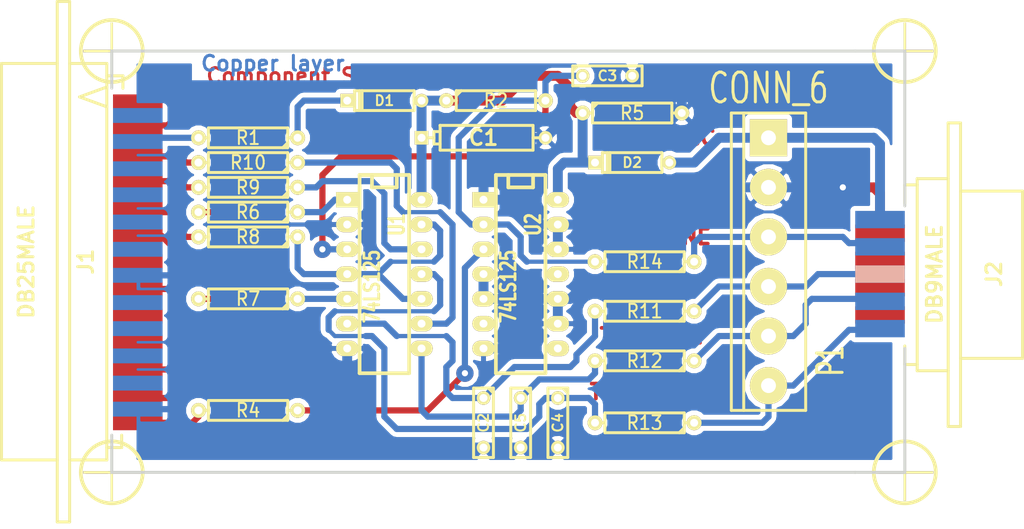
<source format=kicad_pcb>
(kicad_pcb (version 3) (host pcbnew "(2013-01-12 BZR 3902)-testing")

  (general
    (links 66)
    (no_connects 0)
    (area 91.160599 61.823599 196.621401 118.313201)
    (thickness 1.6002)
    (drawings 17)
    (tracks 265)
    (zones 0)
    (modules 29)
    (nets 27)
  )

  (page A4)
  (title_block 
    (rev 1)
    (company "Kicad Demo")
  )

  (layers
    (15 Dessus signal)
    (0 Dessous signal)
    (16 Dessous.Adhes user)
    (17 Dessus.Adhes user)
    (18 Dessous.Pate user)
    (19 Dessus.Pate user)
    (20 Dessous.SilkS user)
    (21 Dessus.SilkS user)
    (22 Dessous.Masque user)
    (23 Dessus.Masque user)
    (24 Dessin.User user)
    (25 Cmts.User user)
    (26 Eco1.User user)
    (27 Eco2.User user)
    (28 Contours.Ci user)
  )

  (setup
    (last_trace_width 0.635)
    (trace_clearance 0.254)
    (zone_clearance 0.508)
    (zone_45_only no)
    (trace_min 0.2032)
    (segment_width 0.3048)
    (edge_width 0.3048)
    (via_size 1.651)
    (via_drill 0.635)
    (via_min_size 0.889)
    (via_min_drill 0.508)
    (uvia_size 0.508)
    (uvia_drill 0.127)
    (uvias_allowed no)
    (uvia_min_size 0.508)
    (uvia_min_drill 0.127)
    (pcb_text_width 0.3048)
    (pcb_text_size 1.524 1.524)
    (mod_edge_width 0.3048)
    (mod_text_size 0.3048 1.524)
    (mod_text_width 0.3048)
    (pad_size 1.5748 2.286)
    (pad_drill 0.8128)
    (pad_to_mask_clearance 0.254)
    (aux_axis_origin 0 0)
    (visible_elements FFFFFFBF)
    (pcbplotparams
      (layerselection 3178497)
      (usegerberextensions false)
      (excludeedgelayer false)
      (linewidth 60)
      (plotframeref false)
      (viasonmask false)
      (mode 1)
      (useauxorigin false)
      (hpglpennumber 1)
      (hpglpenspeed 20)
      (hpglpendiameter 15)
      (hpglpenoverlay 0)
      (psnegative false)
      (psa4output false)
      (plotreference true)
      (plotvalue true)
      (plotothertext true)
      (plotinvisibletext false)
      (padsonsilk false)
      (subtractmaskfromsilk false)
      (outputformat 1)
      (mirror false)
      (drillshape 1)
      (scaleselection 1)
      (outputdirectory ""))
  )

  (net 0 "")
  (net 1 /CLK-D1)
  (net 2 /CTRL-D3)
  (net 3 /DONE-SELECT*)
  (net 4 /PWR_3,3-5V)
  (net 5 /TCK-CCLK)
  (net 6 /TD0-DONE)
  (net 7 /TD0-PROG-D4)
  (net 8 /TDI-DIN)
  (net 9 /TDI-DIN-D0)
  (net 10 /TMS-PROG)
  (net 11 /TMS-PROG-D2)
  (net 12 /VCC_SENSE-ERROR*)
  (net 13 GND)
  (net 14 N-000008)
  (net 15 N-000014)
  (net 16 N-000015)
  (net 17 N-000016)
  (net 18 N-000030)
  (net 19 N-000031)
  (net 20 N-000032)
  (net 21 N-000033)
  (net 22 N-000034)
  (net 23 N-000035)
  (net 24 N-000036)
  (net 25 N-000038)
  (net 26 VCC)

  (net_class Default "This is a problem with accented characters"
    (clearance 0.254)
    (trace_width 0.635)
    (via_dia 1.651)
    (via_drill 0.635)
    (uvia_dia 0.508)
    (uvia_drill 0.127)
    (add_net "")
    (add_net /CLK-D1)
    (add_net /CTRL-D3)
    (add_net /DONE-SELECT*)
    (add_net /PWR_3,3-5V)
    (add_net /TCK-CCLK)
    (add_net /TD0-DONE)
    (add_net /TD0-PROG-D4)
    (add_net /TDI-DIN)
    (add_net /TDI-DIN-D0)
    (add_net /TMS-PROG)
    (add_net /TMS-PROG-D2)
    (add_net /VCC_SENSE-ERROR*)
    (add_net GND)
    (add_net N-000008)
    (add_net N-000014)
    (add_net N-000015)
    (add_net N-000016)
    (add_net N-000030)
    (add_net N-000031)
    (add_net N-000032)
    (add_net N-000033)
    (add_net N-000034)
    (add_net N-000035)
    (add_net N-000036)
    (add_net N-000038)
    (add_net VCC)
  )

  (module DB25M_CI (layer Dessus) (tedit 3F9A86C0) (tstamp 3)
    (at 102.87 88.9 90)
    (descr "Connected DB25 male couche")
    (tags "CONN DB25")
    (path /3EBF7D04)
    (fp_text reference J1 (at 0 -2.667 270) (layer Dessus.SilkS)
      (effects (font (size 1.524 1.524) (thickness 0.3048)))
    )
    (fp_text value DB25MALE (at 0 -8.763 270) (layer Dessus.SilkS)
      (effects (font (size 1.524 1.524) (thickness 0.3048)))
    )
    (fp_line (start 15.875 -0.508) (end 16.891 -3.302) (layer Dessus.SilkS) (width 0.3048))
    (fp_line (start 16.891 -3.302) (end 17.907 -0.508) (layer Dessus.SilkS) (width 0.3048))
    (fp_line (start -26.67 -4.318) (end 26.67 -4.318) (layer Dessus.SilkS) (width 0.3048))
    (fp_line (start 26.67 -5.588) (end -26.67 -5.588) (layer Dessus.SilkS) (width 0.3048))
    (fp_line (start 26.67 -5.588) (end 26.67 -4.318) (layer Dessus.SilkS) (width 0.3048))
    (fp_line (start -26.67 -5.588) (end -26.67 -4.318) (layer Dessus.SilkS) (width 0.3048))
    (fp_line (start 20.32 -0.508) (end -20.32 -0.508) (layer Dessus.SilkS) (width 0.3048))
    (fp_line (start 19.05 -0.508) (end 19.05 1.143) (layer Dessus.SilkS) (width 0.3048))
    (fp_line (start 19.05 1.143) (end 17.78 1.143) (layer Dessus.SilkS) (width 0.3048))
    (fp_line (start -19.05 -0.508) (end -19.05 1.016) (layer Dessus.SilkS) (width 0.3048))
    (fp_line (start -19.05 1.016) (end -17.78 1.016) (layer Dessus.SilkS) (width 0.3048))
    (fp_line (start -20.32 -0.508) (end -20.32 -4.318) (layer Dessus.SilkS) (width 0.3048))
    (fp_line (start 20.32 -4.318) (end 20.32 -0.508) (layer Dessus.SilkS) (width 0.3048))
    (fp_line (start -20.32 -5.588) (end -20.32 -11.303) (layer Dessus.SilkS) (width 0.3048))
    (fp_line (start -20.32 -11.303) (end 20.32 -11.303) (layer Dessus.SilkS) (width 0.3048))
    (fp_line (start 20.32 -11.303) (end 20.32 -5.588) (layer Dessus.SilkS) (width 0.3048))
    (pad 13 connect rect (at -16.51 2.667 180) (size 5.08 1.524)
      (layers Dessus Dessus.Masque)
      (net 3 /DONE-SELECT*)
    )
    (pad 12 connect rect (at -13.716 2.667 180) (size 5.08 1.524)
      (layers Dessus Dessus.Masque)
      (net 14 N-000008)
    )
    (pad 11 connect rect (at -11.049 2.667 180) (size 5.08 1.524)
      (layers Dessus Dessus.Masque)
      (net 14 N-000008)
    )
    (pad 10 connect rect (at -8.255 2.667 180) (size 5.08 1.524)
      (layers Dessus Dessus.Masque)
    )
    (pad 9 connect rect (at -5.588 2.667 180) (size 5.08 1.524)
      (layers Dessus Dessus.Masque)
    )
    (pad 8 connect rect (at -2.794 2.667 180) (size 5.08 1.524)
      (layers Dessus Dessus.Masque)
      (net 14 N-000008)
    )
    (pad 7 connect rect (at 0 2.667 180) (size 5.08 1.524)
      (layers Dessus Dessus.Masque)
    )
    (pad 6 connect rect (at 2.667 2.667 180) (size 5.08 1.524)
      (layers Dessus Dessus.Masque)
      (net 7 /TD0-PROG-D4)
    )
    (pad 5 connect rect (at 5.461 2.667 180) (size 5.08 1.524)
      (layers Dessus Dessus.Masque)
      (net 2 /CTRL-D3)
    )
    (pad 4 connect rect (at 8.128 2.667 180) (size 5.08 1.524)
      (layers Dessus Dessus.Masque)
      (net 11 /TMS-PROG-D2)
    )
    (pad 3 connect rect (at 10.922 2.667 180) (size 5.08 1.524)
      (layers Dessus Dessus.Masque)
      (net 1 /CLK-D1)
    )
    (pad 2 connect rect (at 13.716 2.667 180) (size 5.08 1.524)
      (layers Dessus Dessus.Masque)
      (net 9 /TDI-DIN-D0)
    )
    (pad 1 connect rect (at 16.383 2.667 180) (size 5.08 1.524)
      (layers Dessus Dessus.Masque)
    )
    (pad 25 connect rect (at -15.113 2.667 180) (size 5.08 1.524)
      (layers Dessous Dessous.Masque)
      (net 13 GND)
    )
    (pad 24 connect rect (at -12.446 2.667 180) (size 5.08 1.524)
      (layers Dessous Dessous.Masque)
    )
    (pad 23 connect rect (at -9.652 2.667 180) (size 5.08 1.524)
      (layers Dessous Dessous.Masque)
    )
    (pad 22 connect rect (at -6.858 2.667 180) (size 5.08 1.524)
      (layers Dessous Dessous.Masque)
    )
    (pad 21 connect rect (at -4.191 2.667 180) (size 5.08 1.524)
      (layers Dessous Dessous.Masque)
    )
    (pad 20 connect rect (at -1.397 2.667 180) (size 5.08 1.524)
      (layers Dessous Dessous.Masque)
      (net 13 GND)
    )
    (pad 19 connect rect (at 1.27 2.667 180) (size 5.08 1.524)
      (layers Dessous Dessous.Masque)
    )
    (pad 18 connect rect (at 4.064 2.667 180) (size 5.08 1.524)
      (layers Dessous Dessous.Masque)
    )
    (pad 17 connect rect (at 6.858 2.667 180) (size 5.08 1.524)
      (layers Dessous Dessous.Masque)
    )
    (pad 16 connect rect (at 9.525 2.667 180) (size 5.08 1.524)
      (layers Dessous Dessous.Masque)
    )
    (pad 15 connect rect (at 12.319 2.667 180) (size 5.08 1.524)
      (layers Dessous Dessous.Masque)
      (net 12 /VCC_SENSE-ERROR*)
    )
    (pad 14 connect rect (at 14.986 2.667 180) (size 5.08 1.524)
      (layers Dessous Dessous.Masque)
    )
    (model conn_DBxx/db25_male.wrl
      (at (xyz 0 0 -0.033))
      (scale (xyz 0.98 1 1))
      (rotate (xyz 90 180 0))
    )
  )

  (module MIRE (layer Dessus) (tedit 200000) (tstamp 0)
    (at 102.87 67.31)
    (path MIRE)
    (fp_text reference MIRE (at -0.127 4.572) (layer Dessus.SilkS) hide
      (effects (font (size 1.016 1.016) (thickness 0.2032)))
    )
    (fp_text value * (at 3.302 2.794) (layer Dessus.SilkS) hide
      (effects (font (size 1.524 1.524) (thickness 0.2032)))
    )
    (fp_circle (center 0 0) (end 2.54 1.905) (layer Dessus.SilkS) (width 0.381))
    (pad "" thru_hole rect (at -1.524 0) (size 2.794 0.254)
      (layers *.Cu *.Mask Dessus.SilkS)
    )
    (pad "" thru_hole rect (at 0 -1.524) (size 0.254 2.794)
      (layers *.Cu *.Mask Dessus.SilkS)
    )
    (pad "" thru_hole circle (at 0 0) (size 0.254 0.254) (drill 0.0508)
      (layers *.Cu *.Mask)
    )
    (pad "" thru_hole rect (at -1.524 0) (size 2.286 0.254)
      (layers *.Cu *.Mask Dessus.SilkS)
    )
    (pad "" thru_hole rect (at 0 1.524) (size 0.254 2.794)
      (layers *.Cu *.Mask Dessus.SilkS)
    )
    (pad "" thru_hole rect (at 1.524 0) (size 2.794 0.254)
      (layers *.Cu *.Mask Dessus.SilkS)
    )
  )

  (module MIRE (layer Dessus) (tedit 200000) (tstamp 0)
    (at 102.87 110.49)
    (path MIRE)
    (fp_text reference MIRE (at -0.127 4.572) (layer Dessus.SilkS) hide
      (effects (font (size 1.016 1.016) (thickness 0.2032)))
    )
    (fp_text value * (at 3.302 2.794) (layer Dessus.SilkS) hide
      (effects (font (size 1.524 1.524) (thickness 0.2032)))
    )
    (fp_circle (center 0 0) (end 2.54 1.905) (layer Dessus.SilkS) (width 0.381))
    (pad "" thru_hole rect (at -1.524 0) (size 2.794 0.254)
      (layers *.Cu *.Mask Dessus.SilkS)
    )
    (pad "" thru_hole rect (at 0 -1.524) (size 0.254 2.794)
      (layers *.Cu *.Mask Dessus.SilkS)
    )
    (pad "" thru_hole circle (at 0 0) (size 0.254 0.254) (drill 0.0508)
      (layers *.Cu *.Mask)
    )
    (pad "" thru_hole rect (at -1.524 0) (size 2.286 0.254)
      (layers *.Cu *.Mask Dessus.SilkS)
    )
    (pad "" thru_hole rect (at 0 1.524) (size 0.254 2.794)
      (layers *.Cu *.Mask Dessus.SilkS)
    )
    (pad "" thru_hole rect (at 1.524 0) (size 2.794 0.254)
      (layers *.Cu *.Mask Dessus.SilkS)
    )
  )

  (module MIRE (layer Dessus) (tedit 200000) (tstamp 0)
    (at 184.15 110.49)
    (path MIRE)
    (fp_text reference MIRE (at -0.127 4.572) (layer Dessus.SilkS) hide
      (effects (font (size 1.016 1.016) (thickness 0.2032)))
    )
    (fp_text value * (at 3.302 2.794) (layer Dessus.SilkS) hide
      (effects (font (size 1.524 1.524) (thickness 0.2032)))
    )
    (fp_circle (center 0 0) (end 2.54 1.905) (layer Dessus.SilkS) (width 0.381))
    (pad "" thru_hole rect (at -1.524 0) (size 2.794 0.254)
      (layers *.Cu *.Mask Dessus.SilkS)
    )
    (pad "" thru_hole rect (at 0 -1.524) (size 0.254 2.794)
      (layers *.Cu *.Mask Dessus.SilkS)
    )
    (pad "" thru_hole circle (at 0 0) (size 0.254 0.254) (drill 0.0508)
      (layers *.Cu *.Mask)
    )
    (pad "" thru_hole rect (at -1.524 0) (size 2.286 0.254)
      (layers *.Cu *.Mask Dessus.SilkS)
    )
    (pad "" thru_hole rect (at 0 1.524) (size 0.254 2.794)
      (layers *.Cu *.Mask Dessus.SilkS)
    )
    (pad "" thru_hole rect (at 1.524 0) (size 2.794 0.254)
      (layers *.Cu *.Mask Dessus.SilkS)
    )
  )

  (module MIRE (layer Dessus) (tedit 200000) (tstamp 0)
    (at 184.15 67.31)
    (path MIRE)
    (fp_text reference MIRE (at -0.127 4.572) (layer Dessus.SilkS) hide
      (effects (font (size 1.016 1.016) (thickness 0.2032)))
    )
    (fp_text value * (at 3.302 2.794) (layer Dessus.SilkS) hide
      (effects (font (size 1.524 1.524) (thickness 0.2032)))
    )
    (fp_circle (center 0 0) (end 2.54 1.905) (layer Dessus.SilkS) (width 0.381))
    (pad "" thru_hole rect (at -1.524 0) (size 2.794 0.254)
      (layers *.Cu *.Mask Dessus.SilkS)
    )
    (pad "" thru_hole rect (at 0 -1.524) (size 0.254 2.794)
      (layers *.Cu *.Mask Dessus.SilkS)
    )
    (pad "" thru_hole circle (at 0 0) (size 0.254 0.254) (drill 0.0508)
      (layers *.Cu *.Mask)
    )
    (pad "" thru_hole rect (at -1.524 0) (size 2.286 0.254)
      (layers *.Cu *.Mask Dessus.SilkS)
    )
    (pad "" thru_hole rect (at 0 1.524) (size 0.254 2.794)
      (layers *.Cu *.Mask Dessus.SilkS)
    )
    (pad "" thru_hole rect (at 1.524 0) (size 2.794 0.254)
      (layers *.Cu *.Mask Dessus.SilkS)
    )
  )

  (module bornier6 (layer Dessus) (tedit 41F667CA) (tstamp 3)
    (at 170.18 88.9 270)
    (descr "Bornier d'alimentation 4 pins")
    (tags DEV)
    (path /3EBF830C)
    (fp_text reference P1 (at 10.16 -6.35 270) (layer Dessus.SilkS)
      (effects (font (size 2.6162 1.59766) (thickness 0.3048)))
    )
    (fp_text value CONN_6 (at -17.78 0 360) (layer Dessus.SilkS)
      (effects (font (size 3.05054 2.0955) (thickness 0.3048)))
    )
    (fp_line (start -15.24 -3.81) (end -15.24 3.81) (layer Dessus.SilkS) (width 0.3048))
    (fp_line (start 15.24 3.81) (end 15.24 -3.81) (layer Dessus.SilkS) (width 0.3048))
    (fp_line (start -15.24 2.54) (end 15.24 2.54) (layer Dessus.SilkS) (width 0.3048))
    (fp_line (start -15.24 -3.81) (end 15.24 -3.81) (layer Dessus.SilkS) (width 0.3048))
    (fp_line (start -15.24 3.81) (end 15.24 3.81) (layer Dessus.SilkS) (width 0.3048))
    (pad 2 thru_hole circle (at -7.62 0 270) (size 3.81 3.81) (drill 1.524)
      (layers *.Cu *.Mask Dessus.SilkS)
      (net 13 GND)
    )
    (pad 3 thru_hole circle (at -2.54 0 270) (size 3.81 3.81) (drill 1.524)
      (layers *.Cu *.Mask Dessus.SilkS)
      (net 6 /TD0-DONE)
    )
    (pad 1 thru_hole rect (at -12.7 0 270) (size 3.81 3.81) (drill 1.524)
      (layers *.Cu *.Mask Dessus.SilkS)
      (net 4 /PWR_3,3-5V)
    )
    (pad 4 thru_hole circle (at 2.54 0 270) (size 3.81 3.81) (drill 1.524)
      (layers *.Cu *.Mask Dessus.SilkS)
      (net 8 /TDI-DIN)
    )
    (pad 5 thru_hole circle (at 7.62 0 270) (size 3.81 3.81) (drill 1.524)
      (layers *.Cu *.Mask Dessus.SilkS)
      (net 5 /TCK-CCLK)
    )
    (pad 6 thru_hole circle (at 12.7 0 270) (size 3.81 3.81) (drill 1.524)
      (layers *.Cu *.Mask Dessus.SilkS)
      (net 10 /TMS-PROG)
    )
    (model device/bornier_6.wrl
      (at (xyz 0 0 0))
      (scale (xyz 1 1 1))
      (rotate (xyz 0 0 0))
    )
  )

  (module R4 (layer Dessus) (tedit 200000) (tstamp 3)
    (at 142.24 72.39)
    (descr "Resitance 4 pas")
    (tags R)
    (path /3EBF8187)
    (autoplace_cost180 10)
    (fp_text reference R2 (at 0 0) (layer Dessus.SilkS)
      (effects (font (size 1.397 1.27) (thickness 0.2032)))
    )
    (fp_text value 5,1K (at 0 0) (layer Dessus.SilkS) hide
      (effects (font (size 1.397 1.27) (thickness 0.2032)))
    )
    (fp_line (start -5.08 0) (end -4.064 0) (layer Dessus.SilkS) (width 0.3048))
    (fp_line (start -4.064 0) (end -4.064 -1.016) (layer Dessus.SilkS) (width 0.3048))
    (fp_line (start -4.064 -1.016) (end 4.064 -1.016) (layer Dessus.SilkS) (width 0.3048))
    (fp_line (start 4.064 -1.016) (end 4.064 1.016) (layer Dessus.SilkS) (width 0.3048))
    (fp_line (start 4.064 1.016) (end -4.064 1.016) (layer Dessus.SilkS) (width 0.3048))
    (fp_line (start -4.064 1.016) (end -4.064 0) (layer Dessus.SilkS) (width 0.3048))
    (fp_line (start -4.064 -0.508) (end -3.556 -1.016) (layer Dessus.SilkS) (width 0.3048))
    (fp_line (start 5.08 0) (end 4.064 0) (layer Dessus.SilkS) (width 0.3048))
    (pad 1 thru_hole circle (at -5.08 0) (size 1.524 1.524) (drill 0.8128)
      (layers *.Cu *.Mask Dessus.SilkS)
      (net 26 VCC)
    )
    (pad 2 thru_hole circle (at 5.08 0) (size 1.524 1.524) (drill 0.8128)
      (layers *.Cu *.Mask Dessus.SilkS)
      (net 25 N-000038)
    )
    (model discret/resistor.wrl
      (at (xyz 0 0 0))
      (scale (xyz 0.4 0.4 0.4))
      (rotate (xyz 0 0 0))
    )
  )

  (module R4 (layer Dessus) (tedit 200000) (tstamp 3)
    (at 116.84 76.2 180)
    (descr "Resitance 4 pas")
    (tags R)
    (path /3EBF7D16)
    (autoplace_cost180 10)
    (fp_text reference R1 (at 0 0 180) (layer Dessus.SilkS)
      (effects (font (size 1.397 1.27) (thickness 0.2032)))
    )
    (fp_text value 100 (at 0 0 180) (layer Dessus.SilkS) hide
      (effects (font (size 1.397 1.27) (thickness 0.2032)))
    )
    (fp_line (start -5.08 0) (end -4.064 0) (layer Dessus.SilkS) (width 0.3048))
    (fp_line (start -4.064 0) (end -4.064 -1.016) (layer Dessus.SilkS) (width 0.3048))
    (fp_line (start -4.064 -1.016) (end 4.064 -1.016) (layer Dessus.SilkS) (width 0.3048))
    (fp_line (start 4.064 -1.016) (end 4.064 1.016) (layer Dessus.SilkS) (width 0.3048))
    (fp_line (start 4.064 1.016) (end -4.064 1.016) (layer Dessus.SilkS) (width 0.3048))
    (fp_line (start -4.064 1.016) (end -4.064 0) (layer Dessus.SilkS) (width 0.3048))
    (fp_line (start -4.064 -0.508) (end -3.556 -1.016) (layer Dessus.SilkS) (width 0.3048))
    (fp_line (start 5.08 0) (end 4.064 0) (layer Dessus.SilkS) (width 0.3048))
    (pad 1 thru_hole circle (at -5.08 0 180) (size 1.524 1.524) (drill 0.8128)
      (layers *.Cu *.Mask Dessus.SilkS)
      (net 15 N-000014)
    )
    (pad 2 thru_hole circle (at 5.08 0 180) (size 1.524 1.524) (drill 0.8128)
      (layers *.Cu *.Mask Dessus.SilkS)
      (net 12 /VCC_SENSE-ERROR*)
    )
    (model discret/resistor.wrl
      (at (xyz 0 0 0))
      (scale (xyz 0.4 0.4 0.4))
      (rotate (xyz 0 0 0))
    )
  )

  (module R4 (layer Dessus) (tedit 200000) (tstamp 3)
    (at 157.48 88.9 180)
    (descr "Resitance 4 pas")
    (tags R)
    (path /3EBF819B)
    (autoplace_cost180 10)
    (fp_text reference R14 (at 0 0 180) (layer Dessus.SilkS)
      (effects (font (size 1.397 1.27) (thickness 0.2032)))
    )
    (fp_text value 100 (at 0 0 180) (layer Dessus.SilkS) hide
      (effects (font (size 1.397 1.27) (thickness 0.2032)))
    )
    (fp_line (start -5.08 0) (end -4.064 0) (layer Dessus.SilkS) (width 0.3048))
    (fp_line (start -4.064 0) (end -4.064 -1.016) (layer Dessus.SilkS) (width 0.3048))
    (fp_line (start -4.064 -1.016) (end 4.064 -1.016) (layer Dessus.SilkS) (width 0.3048))
    (fp_line (start 4.064 -1.016) (end 4.064 1.016) (layer Dessus.SilkS) (width 0.3048))
    (fp_line (start 4.064 1.016) (end -4.064 1.016) (layer Dessus.SilkS) (width 0.3048))
    (fp_line (start -4.064 1.016) (end -4.064 0) (layer Dessus.SilkS) (width 0.3048))
    (fp_line (start -4.064 -0.508) (end -3.556 -1.016) (layer Dessus.SilkS) (width 0.3048))
    (fp_line (start 5.08 0) (end 4.064 0) (layer Dessus.SilkS) (width 0.3048))
    (pad 1 thru_hole circle (at -5.08 0 180) (size 1.524 1.524) (drill 0.8128)
      (layers *.Cu *.Mask Dessus.SilkS)
      (net 6 /TD0-DONE)
    )
    (pad 2 thru_hole circle (at 5.08 0 180) (size 1.524 1.524) (drill 0.8128)
      (layers *.Cu *.Mask Dessus.SilkS)
      (net 25 N-000038)
    )
    (model discret/resistor.wrl
      (at (xyz 0 0 0))
      (scale (xyz 0.4 0.4 0.4))
      (rotate (xyz 0 0 0))
    )
  )

  (module R4 (layer Dessus) (tedit 200000) (tstamp 3)
    (at 156.21 73.66)
    (descr "Resitance 4 pas")
    (tags R)
    (path /3EBF818E)
    (autoplace_cost180 10)
    (fp_text reference R5 (at 0 0) (layer Dessus.SilkS)
      (effects (font (size 1.397 1.27) (thickness 0.2032)))
    )
    (fp_text value 1K (at 0 0) (layer Dessus.SilkS) hide
      (effects (font (size 1.397 1.27) (thickness 0.2032)))
    )
    (fp_line (start -5.08 0) (end -4.064 0) (layer Dessus.SilkS) (width 0.3048))
    (fp_line (start -4.064 0) (end -4.064 -1.016) (layer Dessus.SilkS) (width 0.3048))
    (fp_line (start -4.064 -1.016) (end 4.064 -1.016) (layer Dessus.SilkS) (width 0.3048))
    (fp_line (start 4.064 -1.016) (end 4.064 1.016) (layer Dessus.SilkS) (width 0.3048))
    (fp_line (start 4.064 1.016) (end -4.064 1.016) (layer Dessus.SilkS) (width 0.3048))
    (fp_line (start -4.064 1.016) (end -4.064 0) (layer Dessus.SilkS) (width 0.3048))
    (fp_line (start -4.064 -0.508) (end -3.556 -1.016) (layer Dessus.SilkS) (width 0.3048))
    (fp_line (start 5.08 0) (end 4.064 0) (layer Dessus.SilkS) (width 0.3048))
    (pad 1 thru_hole circle (at -5.08 0) (size 1.524 1.524) (drill 0.8128)
      (layers *.Cu *.Mask Dessus.SilkS)
      (net 26 VCC)
    )
    (pad 2 thru_hole circle (at 5.08 0) (size 1.524 1.524) (drill 0.8128)
      (layers *.Cu *.Mask Dessus.SilkS)
      (net 13 GND)
    )
    (model discret/resistor.wrl
      (at (xyz 0 0 0))
      (scale (xyz 0.4 0.4 0.4))
      (rotate (xyz 0 0 0))
    )
  )

  (module R4 (layer Dessus) (tedit 200000) (tstamp 3)
    (at 116.84 83.82 180)
    (descr "Resitance 4 pas")
    (tags R)
    (path /3EBF7D26)
    (autoplace_cost180 10)
    (fp_text reference R6 (at 0 0 180) (layer Dessus.SilkS)
      (effects (font (size 1.397 1.27) (thickness 0.2032)))
    )
    (fp_text value 100 (at 0 0 180) (layer Dessus.SilkS) hide
      (effects (font (size 1.397 1.27) (thickness 0.2032)))
    )
    (fp_line (start -5.08 0) (end -4.064 0) (layer Dessus.SilkS) (width 0.3048))
    (fp_line (start -4.064 0) (end -4.064 -1.016) (layer Dessus.SilkS) (width 0.3048))
    (fp_line (start -4.064 -1.016) (end 4.064 -1.016) (layer Dessus.SilkS) (width 0.3048))
    (fp_line (start 4.064 -1.016) (end 4.064 1.016) (layer Dessus.SilkS) (width 0.3048))
    (fp_line (start 4.064 1.016) (end -4.064 1.016) (layer Dessus.SilkS) (width 0.3048))
    (fp_line (start -4.064 1.016) (end -4.064 0) (layer Dessus.SilkS) (width 0.3048))
    (fp_line (start -4.064 -0.508) (end -3.556 -1.016) (layer Dessus.SilkS) (width 0.3048))
    (fp_line (start 5.08 0) (end 4.064 0) (layer Dessus.SilkS) (width 0.3048))
    (pad 1 thru_hole circle (at -5.08 0 180) (size 1.524 1.524) (drill 0.8128)
      (layers *.Cu *.Mask Dessus.SilkS)
      (net 19 N-000031)
    )
    (pad 2 thru_hole circle (at 5.08 0 180) (size 1.524 1.524) (drill 0.8128)
      (layers *.Cu *.Mask Dessus.SilkS)
      (net 7 /TD0-PROG-D4)
    )
    (model discret/resistor.wrl
      (at (xyz 0 0 0))
      (scale (xyz 0.4 0.4 0.4))
      (rotate (xyz 0 0 0))
    )
  )

  (module R4 (layer Dessus) (tedit 200000) (tstamp 3)
    (at 116.84 92.71 180)
    (descr "Resitance 4 pas")
    (tags R)
    (path /4D52807F)
    (autoplace_cost180 10)
    (fp_text reference R7 (at 0 0 180) (layer Dessus.SilkS)
      (effects (font (size 1.397 1.27) (thickness 0.2032)))
    )
    (fp_text value 100 (at 0 0 180) (layer Dessus.SilkS) hide
      (effects (font (size 1.397 1.27) (thickness 0.2032)))
    )
    (fp_line (start -5.08 0) (end -4.064 0) (layer Dessus.SilkS) (width 0.3048))
    (fp_line (start -4.064 0) (end -4.064 -1.016) (layer Dessus.SilkS) (width 0.3048))
    (fp_line (start -4.064 -1.016) (end 4.064 -1.016) (layer Dessus.SilkS) (width 0.3048))
    (fp_line (start 4.064 -1.016) (end 4.064 1.016) (layer Dessus.SilkS) (width 0.3048))
    (fp_line (start 4.064 1.016) (end -4.064 1.016) (layer Dessus.SilkS) (width 0.3048))
    (fp_line (start -4.064 1.016) (end -4.064 0) (layer Dessus.SilkS) (width 0.3048))
    (fp_line (start -4.064 -0.508) (end -3.556 -1.016) (layer Dessus.SilkS) (width 0.3048))
    (fp_line (start 5.08 0) (end 4.064 0) (layer Dessus.SilkS) (width 0.3048))
    (pad 1 thru_hole circle (at -5.08 0 180) (size 1.524 1.524) (drill 0.8128)
      (layers *.Cu *.Mask Dessus.SilkS)
      (net 17 N-000016)
    )
    (pad 2 thru_hole circle (at 5.08 0 180) (size 1.524 1.524) (drill 0.8128)
      (layers *.Cu *.Mask Dessus.SilkS)
      (net 9 /TDI-DIN-D0)
    )
    (model discret/resistor.wrl
      (at (xyz 0 0 0))
      (scale (xyz 0.4 0.4 0.4))
      (rotate (xyz 0 0 0))
    )
  )

  (module R4 (layer Dessus) (tedit 200000) (tstamp 3)
    (at 116.84 86.36 180)
    (descr "Resitance 4 pas")
    (tags R)
    (path /4D528080)
    (autoplace_cost180 10)
    (fp_text reference R8 (at 0 0 180) (layer Dessus.SilkS)
      (effects (font (size 1.397 1.27) (thickness 0.2032)))
    )
    (fp_text value 100 (at 0 0 180) (layer Dessus.SilkS) hide
      (effects (font (size 1.397 1.27) (thickness 0.2032)))
    )
    (fp_line (start -5.08 0) (end -4.064 0) (layer Dessus.SilkS) (width 0.3048))
    (fp_line (start -4.064 0) (end -4.064 -1.016) (layer Dessus.SilkS) (width 0.3048))
    (fp_line (start -4.064 -1.016) (end 4.064 -1.016) (layer Dessus.SilkS) (width 0.3048))
    (fp_line (start 4.064 -1.016) (end 4.064 1.016) (layer Dessus.SilkS) (width 0.3048))
    (fp_line (start 4.064 1.016) (end -4.064 1.016) (layer Dessus.SilkS) (width 0.3048))
    (fp_line (start -4.064 1.016) (end -4.064 0) (layer Dessus.SilkS) (width 0.3048))
    (fp_line (start -4.064 -0.508) (end -3.556 -1.016) (layer Dessus.SilkS) (width 0.3048))
    (fp_line (start 5.08 0) (end 4.064 0) (layer Dessus.SilkS) (width 0.3048))
    (pad 1 thru_hole circle (at -5.08 0 180) (size 1.524 1.524) (drill 0.8128)
      (layers *.Cu *.Mask Dessus.SilkS)
      (net 21 N-000033)
    )
    (pad 2 thru_hole circle (at 5.08 0 180) (size 1.524 1.524) (drill 0.8128)
      (layers *.Cu *.Mask Dessus.SilkS)
      (net 2 /CTRL-D3)
    )
    (model discret/resistor.wrl
      (at (xyz 0 0 0))
      (scale (xyz 0.4 0.4 0.4))
      (rotate (xyz 0 0 0))
    )
  )

  (module R4 (layer Dessus) (tedit 200000) (tstamp 3)
    (at 116.84 81.28 180)
    (descr "Resitance 4 pas")
    (tags R)
    (path /3EBF7D33)
    (autoplace_cost180 10)
    (fp_text reference R9 (at 0 0 180) (layer Dessus.SilkS)
      (effects (font (size 1.397 1.27) (thickness 0.2032)))
    )
    (fp_text value 100 (at 0 0 180) (layer Dessus.SilkS) hide
      (effects (font (size 1.397 1.27) (thickness 0.2032)))
    )
    (fp_line (start -5.08 0) (end -4.064 0) (layer Dessus.SilkS) (width 0.3048))
    (fp_line (start -4.064 0) (end -4.064 -1.016) (layer Dessus.SilkS) (width 0.3048))
    (fp_line (start -4.064 -1.016) (end 4.064 -1.016) (layer Dessus.SilkS) (width 0.3048))
    (fp_line (start 4.064 -1.016) (end 4.064 1.016) (layer Dessus.SilkS) (width 0.3048))
    (fp_line (start 4.064 1.016) (end -4.064 1.016) (layer Dessus.SilkS) (width 0.3048))
    (fp_line (start -4.064 1.016) (end -4.064 0) (layer Dessus.SilkS) (width 0.3048))
    (fp_line (start -4.064 -0.508) (end -3.556 -1.016) (layer Dessus.SilkS) (width 0.3048))
    (fp_line (start 5.08 0) (end 4.064 0) (layer Dessus.SilkS) (width 0.3048))
    (pad 1 thru_hole circle (at -5.08 0 180) (size 1.524 1.524) (drill 0.8128)
      (layers *.Cu *.Mask Dessus.SilkS)
      (net 20 N-000032)
    )
    (pad 2 thru_hole circle (at 5.08 0 180) (size 1.524 1.524) (drill 0.8128)
      (layers *.Cu *.Mask Dessus.SilkS)
      (net 11 /TMS-PROG-D2)
    )
    (model discret/resistor.wrl
      (at (xyz 0 0 0))
      (scale (xyz 0.4 0.4 0.4))
      (rotate (xyz 0 0 0))
    )
  )

  (module R4 (layer Dessus) (tedit 200000) (tstamp 3)
    (at 116.84 78.74 180)
    (descr "Resitance 4 pas")
    (tags R)
    (path /3EBF7D31)
    (autoplace_cost180 10)
    (fp_text reference R10 (at 0 0 180) (layer Dessus.SilkS)
      (effects (font (size 1.397 1.27) (thickness 0.2032)))
    )
    (fp_text value 100 (at 0 0 180) (layer Dessus.SilkS) hide
      (effects (font (size 1.397 1.27) (thickness 0.2032)))
    )
    (fp_line (start -5.08 0) (end -4.064 0) (layer Dessus.SilkS) (width 0.3048))
    (fp_line (start -4.064 0) (end -4.064 -1.016) (layer Dessus.SilkS) (width 0.3048))
    (fp_line (start -4.064 -1.016) (end 4.064 -1.016) (layer Dessus.SilkS) (width 0.3048))
    (fp_line (start 4.064 -1.016) (end 4.064 1.016) (layer Dessus.SilkS) (width 0.3048))
    (fp_line (start 4.064 1.016) (end -4.064 1.016) (layer Dessus.SilkS) (width 0.3048))
    (fp_line (start -4.064 1.016) (end -4.064 0) (layer Dessus.SilkS) (width 0.3048))
    (fp_line (start -4.064 -0.508) (end -3.556 -1.016) (layer Dessus.SilkS) (width 0.3048))
    (fp_line (start 5.08 0) (end 4.064 0) (layer Dessus.SilkS) (width 0.3048))
    (pad 1 thru_hole circle (at -5.08 0 180) (size 1.524 1.524) (drill 0.8128)
      (layers *.Cu *.Mask Dessus.SilkS)
      (net 18 N-000030)
    )
    (pad 2 thru_hole circle (at 5.08 0 180) (size 1.524 1.524) (drill 0.8128)
      (layers *.Cu *.Mask Dessus.SilkS)
      (net 1 /CLK-D1)
    )
    (model discret/resistor.wrl
      (at (xyz 0 0 0))
      (scale (xyz 0.4 0.4 0.4))
      (rotate (xyz 0 0 0))
    )
  )

  (module R4 (layer Dessus) (tedit 200000) (tstamp 3)
    (at 157.48 93.98 180)
    (descr "Resitance 4 pas")
    (tags R)
    (path /4D527316)
    (autoplace_cost180 10)
    (fp_text reference R11 (at 0 0 180) (layer Dessus.SilkS)
      (effects (font (size 1.397 1.27) (thickness 0.2032)))
    )
    (fp_text value 100 (at 0 0 180) (layer Dessus.SilkS) hide
      (effects (font (size 1.397 1.27) (thickness 0.2032)))
    )
    (fp_line (start -5.08 0) (end -4.064 0) (layer Dessus.SilkS) (width 0.3048))
    (fp_line (start -4.064 0) (end -4.064 -1.016) (layer Dessus.SilkS) (width 0.3048))
    (fp_line (start -4.064 -1.016) (end 4.064 -1.016) (layer Dessus.SilkS) (width 0.3048))
    (fp_line (start 4.064 -1.016) (end 4.064 1.016) (layer Dessus.SilkS) (width 0.3048))
    (fp_line (start 4.064 1.016) (end -4.064 1.016) (layer Dessus.SilkS) (width 0.3048))
    (fp_line (start -4.064 1.016) (end -4.064 0) (layer Dessus.SilkS) (width 0.3048))
    (fp_line (start -4.064 -0.508) (end -3.556 -1.016) (layer Dessus.SilkS) (width 0.3048))
    (fp_line (start 5.08 0) (end 4.064 0) (layer Dessus.SilkS) (width 0.3048))
    (pad 1 thru_hole circle (at -5.08 0 180) (size 1.524 1.524) (drill 0.8128)
      (layers *.Cu *.Mask Dessus.SilkS)
      (net 8 /TDI-DIN)
    )
    (pad 2 thru_hole circle (at 5.08 0 180) (size 1.524 1.524) (drill 0.8128)
      (layers *.Cu *.Mask Dessus.SilkS)
      (net 23 N-000035)
    )
    (model discret/resistor.wrl
      (at (xyz 0 0 0))
      (scale (xyz 0.4 0.4 0.4))
      (rotate (xyz 0 0 0))
    )
  )

  (module R4 (layer Dessus) (tedit 200000) (tstamp 3)
    (at 157.48 99.06 180)
    (descr "Resitance 4 pas")
    (tags R)
    (path /4D528083)
    (autoplace_cost180 10)
    (fp_text reference R12 (at 0 0 180) (layer Dessus.SilkS)
      (effects (font (size 1.397 1.27) (thickness 0.2032)))
    )
    (fp_text value 100 (at 0 0 180) (layer Dessus.SilkS) hide
      (effects (font (size 1.397 1.27) (thickness 0.2032)))
    )
    (fp_line (start -5.08 0) (end -4.064 0) (layer Dessus.SilkS) (width 0.3048))
    (fp_line (start -4.064 0) (end -4.064 -1.016) (layer Dessus.SilkS) (width 0.3048))
    (fp_line (start -4.064 -1.016) (end 4.064 -1.016) (layer Dessus.SilkS) (width 0.3048))
    (fp_line (start 4.064 -1.016) (end 4.064 1.016) (layer Dessus.SilkS) (width 0.3048))
    (fp_line (start 4.064 1.016) (end -4.064 1.016) (layer Dessus.SilkS) (width 0.3048))
    (fp_line (start -4.064 1.016) (end -4.064 0) (layer Dessus.SilkS) (width 0.3048))
    (fp_line (start -4.064 -0.508) (end -3.556 -1.016) (layer Dessus.SilkS) (width 0.3048))
    (fp_line (start 5.08 0) (end 4.064 0) (layer Dessus.SilkS) (width 0.3048))
    (pad 1 thru_hole circle (at -5.08 0 180) (size 1.524 1.524) (drill 0.8128)
      (layers *.Cu *.Mask Dessus.SilkS)
      (net 5 /TCK-CCLK)
    )
    (pad 2 thru_hole circle (at 5.08 0 180) (size 1.524 1.524) (drill 0.8128)
      (layers *.Cu *.Mask Dessus.SilkS)
      (net 24 N-000036)
    )
    (model discret/resistor.wrl
      (at (xyz 0 0 0))
      (scale (xyz 0.4 0.4 0.4))
      (rotate (xyz 0 0 0))
    )
  )

  (module R4 (layer Dessus) (tedit 200000) (tstamp 3)
    (at 157.48 105.41 180)
    (descr "Resitance 4 pas")
    (tags R)
    (path /4D528082)
    (autoplace_cost180 10)
    (fp_text reference R13 (at 0 0 180) (layer Dessus.SilkS)
      (effects (font (size 1.397 1.27) (thickness 0.2032)))
    )
    (fp_text value 100 (at 0 0 180) (layer Dessus.SilkS) hide
      (effects (font (size 1.397 1.27) (thickness 0.2032)))
    )
    (fp_line (start -5.08 0) (end -4.064 0) (layer Dessus.SilkS) (width 0.3048))
    (fp_line (start -4.064 0) (end -4.064 -1.016) (layer Dessus.SilkS) (width 0.3048))
    (fp_line (start -4.064 -1.016) (end 4.064 -1.016) (layer Dessus.SilkS) (width 0.3048))
    (fp_line (start 4.064 -1.016) (end 4.064 1.016) (layer Dessus.SilkS) (width 0.3048))
    (fp_line (start 4.064 1.016) (end -4.064 1.016) (layer Dessus.SilkS) (width 0.3048))
    (fp_line (start -4.064 1.016) (end -4.064 0) (layer Dessus.SilkS) (width 0.3048))
    (fp_line (start -4.064 -0.508) (end -3.556 -1.016) (layer Dessus.SilkS) (width 0.3048))
    (fp_line (start 5.08 0) (end 4.064 0) (layer Dessus.SilkS) (width 0.3048))
    (pad 1 thru_hole circle (at -5.08 0 180) (size 1.524 1.524) (drill 0.8128)
      (layers *.Cu *.Mask Dessus.SilkS)
      (net 10 /TMS-PROG)
    )
    (pad 2 thru_hole circle (at 5.08 0 180) (size 1.524 1.524) (drill 0.8128)
      (layers *.Cu *.Mask Dessus.SilkS)
      (net 22 N-000034)
    )
    (model discret/resistor.wrl
      (at (xyz 0 0 0))
      (scale (xyz 0.4 0.4 0.4))
      (rotate (xyz 0 0 0))
    )
  )

  (module R4 (layer Dessus) (tedit 200000) (tstamp 3)
    (at 116.84 104.14 180)
    (descr "Resitance 4 pas")
    (tags R)
    (path /3EBF7D22)
    (autoplace_cost180 10)
    (fp_text reference R4 (at 0 0 180) (layer Dessus.SilkS)
      (effects (font (size 1.397 1.27) (thickness 0.2032)))
    )
    (fp_text value 47 (at 0 0 180) (layer Dessus.SilkS) hide
      (effects (font (size 1.397 1.27) (thickness 0.2032)))
    )
    (fp_line (start -5.08 0) (end -4.064 0) (layer Dessus.SilkS) (width 0.3048))
    (fp_line (start -4.064 0) (end -4.064 -1.016) (layer Dessus.SilkS) (width 0.3048))
    (fp_line (start -4.064 -1.016) (end 4.064 -1.016) (layer Dessus.SilkS) (width 0.3048))
    (fp_line (start 4.064 -1.016) (end 4.064 1.016) (layer Dessus.SilkS) (width 0.3048))
    (fp_line (start 4.064 1.016) (end -4.064 1.016) (layer Dessus.SilkS) (width 0.3048))
    (fp_line (start -4.064 1.016) (end -4.064 0) (layer Dessus.SilkS) (width 0.3048))
    (fp_line (start -4.064 -0.508) (end -3.556 -1.016) (layer Dessus.SilkS) (width 0.3048))
    (fp_line (start 5.08 0) (end 4.064 0) (layer Dessus.SilkS) (width 0.3048))
    (pad 1 thru_hole circle (at -5.08 0 180) (size 1.524 1.524) (drill 0.8128)
      (layers *.Cu *.Mask Dessus.SilkS)
      (net 16 N-000015)
    )
    (pad 2 thru_hole circle (at 5.08 0 180) (size 1.524 1.524) (drill 0.8128)
      (layers *.Cu *.Mask Dessus.SilkS)
      (net 3 /DONE-SELECT*)
    )
    (model discret/resistor.wrl
      (at (xyz 0 0 0))
      (scale (xyz 0.4 0.4 0.4))
      (rotate (xyz 0 0 0))
    )
  )

  (module CP5 (layer Dessus) (tedit 200000) (tstamp 3)
    (at 140.97 76.2)
    (descr "Condensateur polarise")
    (tags CP)
    (path /3EBF82C6)
    (fp_text reference C1 (at 0 0) (layer Dessus.SilkS)
      (effects (font (size 1.524 1.524) (thickness 0.3048)))
    )
    (fp_text value 1uF (at 0 0) (layer Dessus.SilkS) hide
      (effects (font (size 1.524 1.3335) (thickness 0.3048)))
    )
    (fp_line (start -4.445 -1.27) (end -4.445 -1.27) (layer Dessus.SilkS) (width 0.3048))
    (fp_line (start -4.445 -1.27) (end -4.445 -1.27) (layer Dessus.SilkS) (width 0.3048))
    (fp_line (start -4.445 -1.27) (end -4.445 -1.27) (layer Dessus.SilkS) (width 0.3048))
    (fp_line (start -4.445 -1.27) (end 5.08 -1.27) (layer Dessus.SilkS) (width 0.3048))
    (fp_line (start 5.08 -1.27) (end 5.08 1.27) (layer Dessus.SilkS) (width 0.3048))
    (fp_line (start 5.08 1.27) (end -4.445 1.27) (layer Dessus.SilkS) (width 0.3048))
    (fp_line (start -4.445 1.27) (end -4.445 -1.27) (layer Dessus.SilkS) (width 0.3048))
    (fp_line (start -4.445 -0.635) (end -4.445 -0.635) (layer Dessus.SilkS) (width 0.3048))
    (fp_line (start -4.445 -0.635) (end -5.08 -0.635) (layer Dessus.SilkS) (width 0.3048))
    (fp_line (start -5.08 -0.635) (end -5.08 0.635) (layer Dessus.SilkS) (width 0.3048))
    (fp_line (start -5.08 0.635) (end -4.445 0.635) (layer Dessus.SilkS) (width 0.3048))
    (fp_line (start -6.35 0) (end -6.35 0) (layer Dessus.SilkS) (width 0.3048))
    (fp_line (start -6.35 0) (end -5.08 0) (layer Dessus.SilkS) (width 0.3048))
    (fp_line (start -5.08 0) (end -5.08 0) (layer Dessus.SilkS) (width 0.3048))
    (fp_line (start -5.08 0) (end -5.08 0) (layer Dessus.SilkS) (width 0.3048))
    (fp_line (start 5.08 0) (end 5.08 0) (layer Dessus.SilkS) (width 0.3048))
    (fp_line (start 5.08 0) (end 5.08 0) (layer Dessus.SilkS) (width 0.3048))
    (fp_line (start 5.08 0) (end 6.35 0) (layer Dessus.SilkS) (width 0.3048))
    (fp_line (start 6.35 0) (end 6.35 0) (layer Dessus.SilkS) (width 0.3048))
    (fp_line (start 6.35 0) (end 6.35 0) (layer Dessus.SilkS) (width 0.3048))
    (fp_line (start 6.35 0) (end 6.35 0) (layer Dessus.SilkS) (width 0.3048))
    (pad 1 thru_hole rect (at -6.35 0) (size 1.397 1.397) (drill 0.8128)
      (layers *.Cu *.Mask Dessus.SilkS)
      (net 26 VCC)
    )
    (pad 2 thru_hole circle (at 6.35 0) (size 1.397 1.397) (drill 0.8128)
      (layers *.Cu *.Mask Dessus.SilkS)
      (net 13 GND)
    )
    (model discret/c_pol.wrl
      (at (xyz 0 0 0))
      (scale (xyz 0.5 0.5 0.5))
      (rotate (xyz 0 0 0))
    )
  )

  (module D3 (layer Dessus) (tedit 200000) (tstamp 3)
    (at 156.21 78.74 180)
    (descr "Diode 3 pas")
    (tags "DIODE DEV")
    (path /3EBF8176)
    (fp_text reference D2 (at 0 0 180) (layer Dessus.SilkS)
      (effects (font (size 1.016 1.016) (thickness 0.2032)))
    )
    (fp_text value BAT46 (at 0 0 180) (layer Dessus.SilkS) hide
      (effects (font (size 1.016 1.016) (thickness 0.2032)))
    )
    (fp_line (start 3.81 0) (end 3.048 0) (layer Dessus.SilkS) (width 0.3048))
    (fp_line (start 3.048 0) (end 3.048 -1.016) (layer Dessus.SilkS) (width 0.3048))
    (fp_line (start 3.048 -1.016) (end -3.048 -1.016) (layer Dessus.SilkS) (width 0.3048))
    (fp_line (start -3.048 -1.016) (end -3.048 0) (layer Dessus.SilkS) (width 0.3048))
    (fp_line (start -3.048 0) (end -3.81 0) (layer Dessus.SilkS) (width 0.3048))
    (fp_line (start -3.048 0) (end -3.048 1.016) (layer Dessus.SilkS) (width 0.3048))
    (fp_line (start -3.048 1.016) (end 3.048 1.016) (layer Dessus.SilkS) (width 0.3048))
    (fp_line (start 3.048 1.016) (end 3.048 0) (layer Dessus.SilkS) (width 0.3048))
    (fp_line (start 2.54 -1.016) (end 2.54 1.016) (layer Dessus.SilkS) (width 0.3048))
    (fp_line (start 2.286 1.016) (end 2.286 -1.016) (layer Dessus.SilkS) (width 0.3048))
    (pad 2 thru_hole rect (at 3.81 0 180) (size 1.397 1.397) (drill 0.8128)
      (layers *.Cu *.Mask Dessus.SilkS)
      (net 26 VCC)
    )
    (pad 1 thru_hole circle (at -3.81 0 180) (size 1.397 1.397) (drill 0.8128)
      (layers *.Cu *.Mask Dessus.SilkS)
      (net 4 /PWR_3,3-5V)
    )
    (model discret/diode.wrl
      (at (xyz 0 0 0))
      (scale (xyz 0.3 0.3 0.3))
      (rotate (xyz 0 0 0))
    )
  )

  (module D3 (layer Dessus) (tedit 200000) (tstamp 3)
    (at 130.81 72.39 180)
    (descr "Diode 3 pas")
    (tags "DIODE DEV")
    (path /3EBF815E)
    (fp_text reference D1 (at 0 0 180) (layer Dessus.SilkS)
      (effects (font (size 1.016 1.016) (thickness 0.2032)))
    )
    (fp_text value BAT46 (at 0 0 180) (layer Dessus.SilkS) hide
      (effects (font (size 1.016 1.016) (thickness 0.2032)))
    )
    (fp_line (start 3.81 0) (end 3.048 0) (layer Dessus.SilkS) (width 0.3048))
    (fp_line (start 3.048 0) (end 3.048 -1.016) (layer Dessus.SilkS) (width 0.3048))
    (fp_line (start 3.048 -1.016) (end -3.048 -1.016) (layer Dessus.SilkS) (width 0.3048))
    (fp_line (start -3.048 -1.016) (end -3.048 0) (layer Dessus.SilkS) (width 0.3048))
    (fp_line (start -3.048 0) (end -3.81 0) (layer Dessus.SilkS) (width 0.3048))
    (fp_line (start -3.048 0) (end -3.048 1.016) (layer Dessus.SilkS) (width 0.3048))
    (fp_line (start -3.048 1.016) (end 3.048 1.016) (layer Dessus.SilkS) (width 0.3048))
    (fp_line (start 3.048 1.016) (end 3.048 0) (layer Dessus.SilkS) (width 0.3048))
    (fp_line (start 2.54 -1.016) (end 2.54 1.016) (layer Dessus.SilkS) (width 0.3048))
    (fp_line (start 2.286 1.016) (end 2.286 -1.016) (layer Dessus.SilkS) (width 0.3048))
    (pad 2 thru_hole rect (at 3.81 0 180) (size 1.397 1.397) (drill 0.8128)
      (layers *.Cu *.Mask Dessus.SilkS)
      (net 15 N-000014)
    )
    (pad 1 thru_hole circle (at -3.81 0 180) (size 1.397 1.397) (drill 0.8128)
      (layers *.Cu *.Mask Dessus.SilkS)
      (net 26 VCC)
    )
    (model discret/diode.wrl
      (at (xyz 0 0 0))
      (scale (xyz 0.3 0.3 0.3))
      (rotate (xyz 0 0 0))
    )
  )

  (module 14DIP-ELL300 (layer Dessus) (tedit 200000) (tstamp 3)
    (at 144.78 90.17 270)
    (descr "Module Dil 14 pins, pads elliptiques")
    (tags DIL)
    (path /3EBF7EEC)
    (fp_text reference U2 (at -5.08 -1.27 270) (layer Dessus.SilkS)
      (effects (font (size 1.524 1.143) (thickness 0.28702)))
    )
    (fp_text value 74LS125 (at 1.27 1.27 270) (layer Dessus.SilkS)
      (effects (font (size 1.524 1.143) (thickness 0.28702)))
    )
    (fp_line (start -10.16 -2.54) (end 10.16 -2.54) (layer Dessus.SilkS) (width 0.381))
    (fp_line (start 10.16 2.54) (end -10.16 2.54) (layer Dessus.SilkS) (width 0.381))
    (fp_line (start -10.16 2.54) (end -10.16 -2.54) (layer Dessus.SilkS) (width 0.381))
    (fp_line (start -10.16 -1.27) (end -8.89 -1.27) (layer Dessus.SilkS) (width 0.381))
    (fp_line (start -8.89 -1.27) (end -8.89 1.27) (layer Dessus.SilkS) (width 0.381))
    (fp_line (start -8.89 1.27) (end -10.16 1.27) (layer Dessus.SilkS) (width 0.381))
    (fp_line (start 10.16 -2.54) (end 10.16 2.54) (layer Dessus.SilkS) (width 0.381))
    (pad 1 thru_hole rect (at -7.62 3.81 270) (size 1.5748 2.286) (drill 0.8128)
      (layers *.Cu *.Mask Dessus.SilkS)
      (net 13 GND)
    )
    (pad 2 thru_hole oval (at -5.08 3.81 270) (size 1.5748 2.286) (drill 0.8128)
      (layers *.Cu *.Mask Dessus.SilkS)
      (net 25 N-000038)
    )
    (pad 3 thru_hole oval (at -2.54 3.81 270) (size 1.5748 2.286) (drill 0.8128)
      (layers *.Cu *.Mask Dessus.SilkS)
      (net 16 N-000015)
    )
    (pad 4 thru_hole oval (at 0 3.81 270) (size 1.5748 2.286) (drill 0.8128)
      (layers *.Cu *.Mask Dessus.SilkS)
      (net 13 GND)
    )
    (pad 5 thru_hole oval (at 2.54 3.81 270) (size 1.5748 2.286) (drill 0.8128)
      (layers *.Cu *.Mask Dessus.SilkS)
      (net 13 GND)
    )
    (pad 6 thru_hole oval (at 5.08 3.81 270) (size 1.5748 2.286) (drill 0.8128)
      (layers *.Cu *.Mask Dessus.SilkS)
    )
    (pad 7 thru_hole oval (at 7.62 3.81 270) (size 1.5748 2.286) (drill 0.8128)
      (layers *.Cu *.Mask Dessus.SilkS)
      (net 13 GND)
    )
    (pad 8 thru_hole oval (at 7.62 -3.81 270) (size 1.5748 2.286) (drill 0.8128)
      (layers *.Cu *.Mask Dessus.SilkS)
    )
    (pad 9 thru_hole oval (at 5.08 -3.81 270) (size 1.5748 2.286) (drill 0.8128)
      (layers *.Cu *.Mask Dessus.SilkS)
      (net 13 GND)
    )
    (pad 10 thru_hole oval (at 2.54 -3.81 270) (size 1.5748 2.286) (drill 0.8128)
      (layers *.Cu *.Mask Dessus.SilkS)
      (net 13 GND)
    )
    (pad 11 thru_hole oval (at 0 -3.81 270) (size 1.5748 2.286) (drill 0.8128)
      (layers *.Cu *.Mask Dessus.SilkS)
    )
    (pad 12 thru_hole oval (at -2.54 -3.81 270) (size 1.5748 2.286) (drill 0.8128)
      (layers *.Cu *.Mask Dessus.SilkS)
      (net 13 GND)
    )
    (pad 13 thru_hole oval (at -5.08 -3.81 270) (size 1.5748 2.286) (drill 0.8128)
      (layers *.Cu *.Mask Dessus.SilkS)
      (net 13 GND)
    )
    (pad 14 thru_hole oval (at -7.62 -3.81 270) (size 1.5748 2.286) (drill 0.8128)
      (layers *.Cu *.Mask Dessus.SilkS)
      (net 26 VCC)
    )
    (model dil/dil_14.wrl
      (at (xyz 0 0 0))
      (scale (xyz 1 1 1))
      (rotate (xyz 0 0 0))
    )
  )

  (module 14DIP-ELL300 (layer Dessus) (tedit 4BF0FA82) (tstamp 3)
    (at 130.81 90.17 270)
    (descr "Module Dil 14 pins, pads elliptiques")
    (tags DIL)
    (path /3EBF7DBD)
    (fp_text reference U1 (at -5.08 -1.27 270) (layer Dessus.SilkS)
      (effects (font (size 1.524 1.143) (thickness 0.28702)))
    )
    (fp_text value 74LS125 (at 1.27 1.27 270) (layer Dessus.SilkS)
      (effects (font (size 1.524 1.143) (thickness 0.28702)))
    )
    (fp_line (start -10.16 -2.54) (end 10.16 -2.54) (layer Dessus.SilkS) (width 0.381))
    (fp_line (start 10.16 2.54) (end -10.16 2.54) (layer Dessus.SilkS) (width 0.381))
    (fp_line (start -10.16 2.54) (end -10.16 -2.54) (layer Dessus.SilkS) (width 0.381))
    (fp_line (start -10.16 -1.27) (end -8.89 -1.27) (layer Dessus.SilkS) (width 0.381))
    (fp_line (start -8.89 -1.27) (end -8.89 1.27) (layer Dessus.SilkS) (width 0.381))
    (fp_line (start -8.89 1.27) (end -10.16 1.27) (layer Dessus.SilkS) (width 0.381))
    (fp_line (start 10.16 -2.54) (end 10.16 2.54) (layer Dessus.SilkS) (width 0.381))
    (pad 1 thru_hole rect (at -7.62 3.81 270) (size 1.5748 2.286) (drill 0.8128)
      (layers *.Cu *.Mask Dessus.SilkS)
      (net 19 N-000031)
    )
    (pad 2 thru_hole oval (at -5.08 3.81 270) (size 1.5748 2.286) (drill 0.8128)
      (layers *.Cu *.Mask Dessus.SilkS)
      (net 13 GND)
    )
    (pad 3 thru_hole oval (at -2.54 3.81 270) (size 1.5748 2.286) (drill 0.8128)
      (layers *.Cu *.Mask Dessus.SilkS)
      (net 25 N-000038)
    )
    (pad 4 thru_hole oval (at 0 3.81 270) (size 1.5748 2.286) (drill 0.8128)
      (layers *.Cu *.Mask Dessus.SilkS)
      (net 21 N-000033)
    )
    (pad 5 thru_hole oval (at 2.54 3.81 270) (size 1.5748 2.286) (drill 0.8128)
      (layers *.Cu *.Mask Dessus.SilkS)
      (net 17 N-000016)
    )
    (pad 6 thru_hole oval (at 5.08 3.81 270) (size 1.5748 2.286) (drill 0.8128)
      (layers *.Cu *.Mask Dessus.SilkS)
      (net 23 N-000035)
    )
    (pad 7 thru_hole oval (at 7.62 3.81 270) (size 1.5748 2.286) (drill 0.8128)
      (layers *.Cu *.Mask Dessus.SilkS)
      (net 13 GND)
    )
    (pad 8 thru_hole oval (at 7.62 -3.81 270) (size 1.5748 2.286) (drill 0.8128)
      (layers *.Cu *.Mask Dessus.SilkS)
      (net 24 N-000036)
    )
    (pad 9 thru_hole oval (at 5.08 -3.81 270) (size 1.5748 2.286) (drill 0.8128)
      (layers *.Cu *.Mask Dessus.SilkS)
      (net 18 N-000030)
    )
    (pad 10 thru_hole oval (at 2.54 -3.81 270) (size 1.5748 2.286) (drill 0.8128)
      (layers *.Cu *.Mask Dessus.SilkS)
      (net 21 N-000033)
    )
    (pad 11 thru_hole oval (at 0 -3.81 270) (size 1.5748 2.286) (drill 0.8128)
      (layers *.Cu *.Mask Dessus.SilkS)
      (net 22 N-000034)
    )
    (pad 12 thru_hole oval (at -2.54 -3.81 270) (size 1.5748 2.286) (drill 0.8128)
      (layers *.Cu *.Mask Dessus.SilkS)
      (net 20 N-000032)
    )
    (pad 13 thru_hole oval (at -5.08 -3.81 270) (size 1.5748 2.286) (drill 0.8128)
      (layers *.Cu *.Mask Dessus.SilkS)
      (net 21 N-000033)
    )
    (pad 14 thru_hole oval (at -7.62 -3.81 270) (size 1.5748 2.286) (drill 0.8128)
      (layers *.Cu *.Mask Dessus.SilkS)
      (net 26 VCC)
    )
    (model dil/dil_14.wrl
      (at (xyz 0 0 0))
      (scale (xyz 1 1 1))
      (rotate (xyz 0 0 0))
    )
  )

  (module C2 (layer Dessus) (tedit 200000) (tstamp 3)
    (at 140.97 105.41 270)
    (descr "Condensateur = 2 pas")
    (tags C)
    (path /4D528085)
    (fp_text reference C2 (at 0 0 270) (layer Dessus.SilkS)
      (effects (font (size 1.016 1.016) (thickness 0.2032)))
    )
    (fp_text value 100pF (at 0 0 270) (layer Dessus.SilkS) hide
      (effects (font (size 1.016 1.016) (thickness 0.2032)))
    )
    (fp_line (start -3.556 -1.016) (end 3.556 -1.016) (layer Dessus.SilkS) (width 0.3048))
    (fp_line (start 3.556 -1.016) (end 3.556 1.016) (layer Dessus.SilkS) (width 0.3048))
    (fp_line (start 3.556 1.016) (end -3.556 1.016) (layer Dessus.SilkS) (width 0.3048))
    (fp_line (start -3.556 1.016) (end -3.556 -1.016) (layer Dessus.SilkS) (width 0.3048))
    (fp_line (start -3.556 -0.508) (end -3.048 -1.016) (layer Dessus.SilkS) (width 0.3048))
    (pad 1 thru_hole circle (at -2.54 0 270) (size 1.397 1.397) (drill 0.8128)
      (layers *.Cu *.Mask Dessus.SilkS)
      (net 23 N-000035)
    )
    (pad 2 thru_hole circle (at 2.54 0 270) (size 1.397 1.397) (drill 0.8128)
      (layers *.Cu *.Mask Dessus.SilkS)
      (net 13 GND)
    )
    (model discret/capa_2pas_5x5mm.wrl
      (at (xyz 0 0 0))
      (scale (xyz 1 1 1))
      (rotate (xyz 0 0 0))
    )
  )

  (module C2 (layer Dessus) (tedit 200000) (tstamp 3)
    (at 153.67 69.85)
    (descr "Condensateur = 2 pas")
    (tags C)
    (path /4D528084)
    (fp_text reference C3 (at 0 0) (layer Dessus.SilkS)
      (effects (font (size 1.016 1.016) (thickness 0.2032)))
    )
    (fp_text value 100pF (at 0 0) (layer Dessus.SilkS) hide
      (effects (font (size 1.016 1.016) (thickness 0.2032)))
    )
    (fp_line (start -3.556 -1.016) (end 3.556 -1.016) (layer Dessus.SilkS) (width 0.3048))
    (fp_line (start 3.556 -1.016) (end 3.556 1.016) (layer Dessus.SilkS) (width 0.3048))
    (fp_line (start 3.556 1.016) (end -3.556 1.016) (layer Dessus.SilkS) (width 0.3048))
    (fp_line (start -3.556 1.016) (end -3.556 -1.016) (layer Dessus.SilkS) (width 0.3048))
    (fp_line (start -3.556 -0.508) (end -3.048 -1.016) (layer Dessus.SilkS) (width 0.3048))
    (pad 1 thru_hole circle (at -2.54 0) (size 1.397 1.397) (drill 0.8128)
      (layers *.Cu *.Mask Dessus.SilkS)
      (net 25 N-000038)
    )
    (pad 2 thru_hole circle (at 2.54 0) (size 1.397 1.397) (drill 0.8128)
      (layers *.Cu *.Mask Dessus.SilkS)
      (net 13 GND)
    )
    (model discret/capa_2pas_5x5mm.wrl
      (at (xyz 0 0 0))
      (scale (xyz 1 1 1))
      (rotate (xyz 0 0 0))
    )
  )

  (module C2 (layer Dessus) (tedit 200000) (tstamp 3)
    (at 144.78 105.41 270)
    (descr "Condensateur = 2 pas")
    (tags C)
    (path /4D528086)
    (fp_text reference C5 (at 0 0 270) (layer Dessus.SilkS)
      (effects (font (size 1.016 1.016) (thickness 0.2032)))
    )
    (fp_text value 100pF (at 0 0 270) (layer Dessus.SilkS) hide
      (effects (font (size 1.016 1.016) (thickness 0.2032)))
    )
    (fp_line (start -3.556 -1.016) (end 3.556 -1.016) (layer Dessus.SilkS) (width 0.3048))
    (fp_line (start 3.556 -1.016) (end 3.556 1.016) (layer Dessus.SilkS) (width 0.3048))
    (fp_line (start 3.556 1.016) (end -3.556 1.016) (layer Dessus.SilkS) (width 0.3048))
    (fp_line (start -3.556 1.016) (end -3.556 -1.016) (layer Dessus.SilkS) (width 0.3048))
    (fp_line (start -3.556 -0.508) (end -3.048 -1.016) (layer Dessus.SilkS) (width 0.3048))
    (pad 1 thru_hole circle (at -2.54 0 270) (size 1.397 1.397) (drill 0.8128)
      (layers *.Cu *.Mask Dessus.SilkS)
      (net 24 N-000036)
    )
    (pad 2 thru_hole circle (at 2.54 0 270) (size 1.397 1.397) (drill 0.8128)
      (layers *.Cu *.Mask Dessus.SilkS)
      (net 13 GND)
    )
    (model discret/capa_2pas_5x5mm.wrl
      (at (xyz 0 0 0))
      (scale (xyz 1 1 1))
      (rotate (xyz 0 0 0))
    )
  )

  (module C2 (layer Dessus) (tedit 200000) (tstamp 3)
    (at 148.59 105.41 270)
    (descr "Condensateur = 2 pas")
    (tags C)
    (path /3EBF81A7)
    (fp_text reference C4 (at 0 0 270) (layer Dessus.SilkS)
      (effects (font (size 1.016 1.016) (thickness 0.2032)))
    )
    (fp_text value 100pF (at 0 0 270) (layer Dessus.SilkS) hide
      (effects (font (size 1.016 1.016) (thickness 0.2032)))
    )
    (fp_line (start -3.556 -1.016) (end 3.556 -1.016) (layer Dessus.SilkS) (width 0.3048))
    (fp_line (start 3.556 -1.016) (end 3.556 1.016) (layer Dessus.SilkS) (width 0.3048))
    (fp_line (start 3.556 1.016) (end -3.556 1.016) (layer Dessus.SilkS) (width 0.3048))
    (fp_line (start -3.556 1.016) (end -3.556 -1.016) (layer Dessus.SilkS) (width 0.3048))
    (fp_line (start -3.556 -0.508) (end -3.048 -1.016) (layer Dessus.SilkS) (width 0.3048))
    (pad 1 thru_hole circle (at -2.54 0 270) (size 1.397 1.397) (drill 0.8128)
      (layers *.Cu *.Mask Dessus.SilkS)
      (net 22 N-000034)
    )
    (pad 2 thru_hole circle (at 2.54 0 270) (size 1.397 1.397) (drill 0.8128)
      (layers *.Cu *.Mask Dessus.SilkS)
      (net 13 GND)
    )
    (model discret/capa_2pas_5x5mm.wrl
      (at (xyz 0 0 0))
      (scale (xyz 1 1 1))
      (rotate (xyz 0 0 0))
    )
  )

  (module DB9M_CI_INVERT (layer Dessus) (tedit 3F98DD7A) (tstamp 3)
    (at 184.15 90.17 270)
    (descr "Connecteur DB9 femelle encarte")
    (tags "CONN DB9")
    (path /3ECDE5C8)
    (fp_text reference J2 (at 0 -9.144 270) (layer Dessus.SilkS)
      (effects (font (size 1.524 1.524) (thickness 0.3048)))
    )
    (fp_text value DB9MALE (at 0 -3.048 270) (layer Dessus.SilkS)
      (effects (font (size 1.524 1.524) (thickness 0.3048)))
    )
    (fp_line (start -8.509 -12.065) (end 8.636 -12.065) (layer Dessus.SilkS) (width 0.3048))
    (fp_line (start 9.271 -1.27) (end -9.144 -1.27) (layer Dessus.SilkS) (width 0.3048))
    (fp_line (start 9.906 -1.27) (end 9.271 -1.27) (layer Dessus.SilkS) (width 0.3048))
    (fp_line (start 9.906 -4.445) (end -9.779 -4.445) (layer Dessus.SilkS) (width 0.3048))
    (fp_line (start 15.621 -4.445) (end 9.906 -4.445) (layer Dessus.SilkS) (width 0.3048))
    (fp_line (start -15.494 -5.715) (end 15.621 -5.715) (layer Dessus.SilkS) (width 0.3048))
    (fp_line (start 8.636 -5.715) (end 8.636 -12.065) (layer Dessus.SilkS) (width 0.3048))
    (fp_line (start 15.621 -4.445) (end 15.621 -5.715) (layer Dessus.SilkS) (width 0.3048))
    (fp_line (start 9.906 -1.27) (end 9.906 -4.445) (layer Dessus.SilkS) (width 0.3048))
    (fp_line (start 7.366 0) (end 9.271 0) (layer Dessus.SilkS) (width 0.3048))
    (fp_line (start 9.271 0) (end 9.271 -1.27) (layer Dessus.SilkS) (width 0.3048))
    (fp_line (start -8.509 -5.715) (end -8.509 -12.065) (layer Dessus.SilkS) (width 0.3048))
    (fp_line (start -9.779 -4.445) (end -15.494 -4.445) (layer Dessus.SilkS) (width 0.3048))
    (fp_line (start -15.494 -4.445) (end -15.494 -5.715) (layer Dessus.SilkS) (width 0.3048))
    (fp_line (start -9.144 -1.27) (end -9.779 -1.27) (layer Dessus.SilkS) (width 0.3048))
    (fp_line (start -9.779 -1.27) (end -9.779 -4.445) (layer Dessus.SilkS) (width 0.3048))
    (fp_line (start -7.239 0) (end -9.144 0) (layer Dessus.SilkS) (width 0.3048))
    (fp_line (start -9.144 0) (end -9.144 -1.27) (layer Dessus.SilkS) (width 0.3048))
    (pad 4 connect rect (at 2.794 2.54 270) (size 1.778 5.08)
      (layers Dessous Dessous.Masque)
      (net 5 /TCK-CCLK)
    )
    (pad 3 connect rect (at 0 2.54 270) (size 1.778 5.08)
      (layers Dessous Dessous.SilkS)
      (net 8 /TDI-DIN)
    )
    (pad 2 connect rect (at -2.794 2.54 270) (size 1.778 5.08)
      (layers Dessous Dessous.Masque)
      (net 6 /TD0-DONE)
    )
    (pad 1 connect rect (at -5.588 2.54 270) (size 1.778 5.08)
      (layers Dessous Dessus.Masque)
      (net 4 /PWR_3,3-5V)
    )
    (pad 5 connect rect (at 5.588 2.54 270) (size 1.778 5.08)
      (layers Dessous Dessous.Masque)
      (net 10 /TMS-PROG)
    )
    (pad 6 connect rect (at -4.191 2.54 270) (size 1.778 5.08)
      (layers Dessus Dessus.Masque)
      (net 13 GND)
    )
    (pad 7 connect rect (at -1.397 2.54 270) (size 1.778 5.08)
      (layers Dessus Dessus.Masque)
      (net 13 GND)
    )
    (pad 8 connect rect (at 1.397 2.54 270) (size 1.778 5.08)
      (layers Dessus Dessus.Masque)
      (net 13 GND)
    )
    (pad 9 connect rect (at 4.191 2.54 270) (size 1.778 5.08)
      (layers Dessus Dessus.Masque)
      (net 13 GND)
    )
    (model conn_DBxx/db9_male.wrl
      (at (xyz 0 0 -0.033))
      (scale (xyz 1 1 1))
      (rotate (xyz 90 0 0))
    )
  )

  (dimension 81.28 (width 0.3048) (layer Dessin.User)
    (gr_text "3.2000 " (at 143.256 114.173) (layer Dessin.User)
      (effects (font (size 1.524 1.524) (thickness 0.3048)))
    )
    (feature1 (pts (xy 184.15 110.49) (xy 184.15 118.3132)))
    (feature2 (pts (xy 102.87 110.49) (xy 102.87 118.3132)))
    (crossbar (pts (xy 102.87 115.57) (xy 184.15 115.57)))
    (arrow1a (pts (xy 184.15 115.57) (xy 183.02478 116.1542)))
    (arrow1b (pts (xy 184.15 115.57) (xy 183.02478 114.9858)))
    (arrow2a (pts (xy 102.87 115.57) (xy 103.99522 116.1542)))
    (arrow2b (pts (xy 102.87 115.57) (xy 103.99522 114.9858)))
  )
  (gr_line (start 184.15 110.49) (end 179.07 110.49) (angle 90) (layer Contours.Ci) (width 0.3048))
  (gr_line (start 184.15 97.79) (end 184.15 110.49) (angle 90) (layer Contours.Ci) (width 0.3048))
  (gr_line (start 184.15 67.31) (end 184.15 83.185) (angle 90) (layer Contours.Ci) (width 0.3048))
  (gr_line (start 179.07 67.31) (end 184.15 67.31) (angle 90) (layer Contours.Ci) (width 0.3048))
  (gr_text TMS-PROG (at 158.115 102.235) (layer Dessus)
    (effects (font (size 1.524 1.524) (thickness 0.381)))
  )
  (gr_text TCK-CCL (at 158.115 96.52) (layer Dessus)
    (effects (font (size 1.524 1.524) (thickness 0.381)))
  )
  (gr_text TDI-TIN (at 158.115 91.44) (layer Dessus)
    (effects (font (size 1.524 1.524) (thickness 0.381)))
  )
  (gr_text TDO-DONE (at 158.115 86.36) (layer Dessus)
    (effects (font (size 1.524 1.524) (thickness 0.381)))
  )
  (gr_text VCC (at 162.56 76.2) (layer Dessus)
    (effects (font (size 1.524 1.524) (thickness 0.381)))
  )
  (gr_text GND (at 162.56 81.28) (layer Dessus)
    (effects (font (size 1.524 1.524) (thickness 0.381)))
  )
  (gr_text "Component Side" (at 121.92 69.85) (layer Dessus)
    (effects (font (size 1.524 1.524) (thickness 0.3048)))
  )
  (gr_text "Copper layer" (at 119.38 68.58) (layer Dessous)
    (effects (font (size 1.524 1.524) (thickness 0.3048)))
  )
  (gr_line (start 102.87 110.49) (end 102.87 106.68) (angle 90) (layer Contours.Ci) (width 0.3048))
  (gr_line (start 179.07 110.49) (end 102.87 110.49) (angle 90) (layer Contours.Ci) (width 0.3048))
  (gr_line (start 102.87 67.31) (end 179.07 67.31) (angle 90) (layer Contours.Ci) (width 0.3048))
  (gr_line (start 102.87 71.12) (end 102.87 67.31) (angle 90) (layer Contours.Ci) (width 0.3048))

  (segment (start 106.045 78.105) (end 105.537 77.978) (width 0.635) (layer Dessus) (net 1) (status 400))
  (segment (start 111.76 78.74) (end 110.49 78.74) (width 0.635) (layer Dessus) (net 1) (status 800))
  (segment (start 109.855 78.105) (end 106.045 78.105) (width 0.635) (layer Dessus) (net 1))
  (segment (start 110.49 78.74) (end 109.855 78.105) (width 0.635) (layer Dessus) (net 1))
  (segment (start 109.855 84.455) (end 109.22 83.82) (width 0.635) (layer Dessus) (net 2))
  (segment (start 111.76 86.36) (end 110.49 86.36) (width 0.635) (layer Dessus) (net 2) (status 800))
  (segment (start 105.41 83.82) (end 105.537 83.439) (width 0.635) (layer Dessus) (net 2) (status 400))
  (segment (start 110.49 86.36) (end 109.855 85.725) (width 0.635) (layer Dessus) (net 2))
  (segment (start 109.855 85.725) (end 109.855 84.455) (width 0.635) (layer Dessus) (net 2))
  (segment (start 109.22 83.82) (end 105.41 83.82) (width 0.635) (layer Dessus) (net 2))
  (segment (start 111.76 104.14) (end 111.76 104.775) (width 0.635) (layer Dessus) (net 3) (status 800))
  (segment (start 111.76 104.775) (end 111.125 105.41) (width 0.635) (layer Dessus) (net 3))
  (segment (start 111.125 105.41) (end 105.537 105.41) (width 0.635) (layer Dessus) (net 3) (status 400))
  (segment (start 165.1 76.2) (end 170.18 76.2) (width 1.016) (layer Dessous) (net 4) (status 400))
  (segment (start 181.61 76.835) (end 180.975 76.2) (width 1.016) (layer Dessous) (net 4))
  (segment (start 170.18 76.2) (end 180.975 76.2) (width 1.016) (layer Dessous) (net 4) (status 800))
  (segment (start 160.02 78.74) (end 162.56 78.74) (width 1.016) (layer Dessous) (net 4) (status 800))
  (segment (start 162.56 78.74) (end 165.1 76.2) (width 1.016) (layer Dessous) (net 4))
  (segment (start 181.61 76.835) (end 181.61 84.582) (width 1.016) (layer Dessous) (net 4) (status 400))
  (segment (start 174.625 92.71) (end 181.61 92.71) (width 0.635) (layer Dessous) (net 5))
  (segment (start 173.99 95.25) (end 173.99 93.345) (width 0.635) (layer Dessous) (net 5))
  (segment (start 172.72 96.52) (end 173.99 95.25) (width 0.635) (layer Dessous) (net 5))
  (segment (start 162.56 99.06) (end 165.1 96.52) (width 0.635) (layer Dessous) (net 5) (status 800))
  (segment (start 181.61 92.71) (end 181.61 92.964) (width 0.635) (layer Dessous) (net 5) (status 400))
  (segment (start 170.18 96.52) (end 172.72 96.52) (width 0.635) (layer Dessous) (net 5) (status 800))
  (segment (start 173.99 93.345) (end 174.625 92.71) (width 0.635) (layer Dessous) (net 5))
  (segment (start 165.1 96.52) (end 170.18 96.52) (width 0.635) (layer Dessous) (net 5) (status 400))
  (segment (start 177.8 86.36) (end 178.435 86.995) (width 0.635) (layer Dessous) (net 6))
  (segment (start 162.56 88.9) (end 162.56 86.995) (width 0.635) (layer Dessous) (net 6) (status 800))
  (segment (start 178.435 86.995) (end 180.975 86.995) (width 0.635) (layer Dessous) (net 6))
  (segment (start 162.56 86.995) (end 163.195 86.36) (width 0.635) (layer Dessous) (net 6))
  (segment (start 170.18 86.36) (end 177.8 86.36) (width 0.635) (layer Dessous) (net 6) (status 800))
  (segment (start 163.195 86.36) (end 170.18 86.36) (width 0.635) (layer Dessous) (net 6) (status 400))
  (segment (start 180.975 86.995) (end 181.61 87.376) (width 0.635) (layer Dessous) (net 6) (status 400))
  (segment (start 114.3 84.455) (end 113.665 83.82) (width 0.635) (layer Dessus) (net 7))
  (segment (start 113.665 83.82) (end 111.76 83.82) (width 0.635) (layer Dessus) (net 7) (status 400))
  (segment (start 105.537 86.233) (end 107.95 86.233) (width 0.635) (layer Dessus) (net 7) (status 800))
  (segment (start 114.3 87.63) (end 114.3 84.455) (width 0.635) (layer Dessus) (net 7))
  (segment (start 113.665 88.265) (end 114.3 87.63) (width 0.635) (layer Dessus) (net 7))
  (segment (start 109.982 88.265) (end 113.665 88.265) (width 0.635) (layer Dessus) (net 7))
  (segment (start 107.95 86.233) (end 109.982 88.265) (width 0.635) (layer Dessus) (net 7))
  (segment (start 175.26 90.17) (end 181.61 90.17) (width 0.635) (layer Dessous) (net 8) (status 400))
  (segment (start 173.99 91.44) (end 175.26 90.17) (width 0.635) (layer Dessous) (net 8))
  (segment (start 162.56 93.98) (end 165.1 91.44) (width 0.635) (layer Dessous) (net 8) (status 800))
  (segment (start 165.1 91.44) (end 170.18 91.44) (width 0.635) (layer Dessous) (net 8) (status 400))
  (segment (start 170.18 91.44) (end 173.99 91.44) (width 0.635) (layer Dessous) (net 8) (status 800))
  (segment (start 116.205 91.44) (end 116.205 74.93) (width 0.635) (layer Dessus) (net 9))
  (segment (start 109.22 74.295) (end 108.585 74.93) (width 0.635) (layer Dessus) (net 9))
  (segment (start 108.585 74.93) (end 106.045 74.93) (width 0.635) (layer Dessus) (net 9))
  (segment (start 115.57 74.295) (end 109.22 74.295) (width 0.635) (layer Dessus) (net 9))
  (segment (start 106.045 74.93) (end 106.045 75.565) (width 0.635) (layer Dessus) (net 9))
  (segment (start 116.205 74.93) (end 115.57 74.295) (width 0.635) (layer Dessus) (net 9))
  (segment (start 111.76 92.71) (end 114.935 92.71) (width 0.635) (layer Dessus) (net 9) (status 800))
  (segment (start 106.045 75.565) (end 105.537 75.184) (width 0.635) (layer Dessus) (net 9) (status 400))
  (segment (start 114.935 92.71) (end 116.205 91.44) (width 0.635) (layer Dessus) (net 9))
  (segment (start 169.545 105.41) (end 170.18 104.775) (width 0.635) (layer Dessous) (net 10))
  (segment (start 181.61 95.885) (end 181.61 95.758) (width 0.635) (layer Dessous) (net 10) (status 400))
  (segment (start 162.56 105.41) (end 169.545 105.41) (width 0.635) (layer Dessous) (net 10) (status 800))
  (segment (start 170.18 101.6) (end 172.72 101.6) (width 0.635) (layer Dessous) (net 10) (status 800))
  (segment (start 172.72 101.6) (end 178.435 95.885) (width 0.635) (layer Dessous) (net 10))
  (segment (start 170.18 104.775) (end 170.18 101.6) (width 0.635) (layer Dessous) (net 10) (status 400))
  (segment (start 178.435 95.885) (end 181.61 95.885) (width 0.635) (layer Dessous) (net 10))
  (segment (start 110.49 81.28) (end 109.855 80.645) (width 0.635) (layer Dessus) (net 11))
  (segment (start 106.045 80.645) (end 105.537 80.772) (width 0.635) (layer Dessus) (net 11) (status 400))
  (segment (start 111.76 81.28) (end 110.49 81.28) (width 0.635) (layer Dessus) (net 11) (status 800))
  (segment (start 109.855 80.645) (end 106.045 80.645) (width 0.635) (layer Dessus) (net 11))
  (segment (start 106.045 76.2) (end 105.537 76.581) (width 0.635) (layer Dessous) (net 12) (status 400))
  (segment (start 111.76 76.2) (end 106.045 76.2) (width 0.635) (layer Dessous) (net 12) (status 800))
  (segment (start 116.84 89.535) (end 116.205 90.17) (width 1.016) (layer Dessous) (net 13))
  (segment (start 116.205 90.17) (end 109.855 90.17) (width 1.016) (layer Dessous) (net 13))
  (segment (start 109.855 90.17) (end 109.22 90.805) (width 1.016) (layer Dessous) (net 13))
  (segment (start 144.78 97.155) (end 144.78 92.71) (width 1.016) (layer Dessous) (net 13))
  (segment (start 127 85.09) (end 117.475 85.09) (width 0.4318) (layer Dessous) (net 13) (status 800))
  (segment (start 127 97.79) (end 127 107.95) (width 1.016) (layer Dessous) (net 13) (status 800))
  (segment (start 109.22 107.315) (end 109.855 107.95) (width 1.016) (layer Dessous) (net 13))
  (segment (start 127 107.95) (end 140.97 107.95) (width 1.016) (layer Dessous) (net 13) (status 400))
  (segment (start 109.22 90.805) (end 109.22 104.14) (width 1.016) (layer Dessous) (net 13))
  (segment (start 148.59 85.09) (end 146.05 85.09) (width 1.016) (layer Dessous) (net 13) (status 800))
  (segment (start 105.537 104.013) (end 109.22 104.013) (width 0.635) (layer Dessous) (net 13) (status 800))
  (segment (start 109.22 104.013) (end 109.22 104.14) (width 0.635) (layer Dessous) (net 13))
  (segment (start 105.537 90.297) (end 109.855 90.297) (width 0.635) (layer Dessous) (net 13) (status 800))
  (segment (start 109.855 90.297) (end 109.855 90.17) (width 0.635) (layer Dessous) (net 13))
  (segment (start 109.855 107.95) (end 127 107.95) (width 1.016) (layer Dessous) (net 13))
  (segment (start 109.22 104.14) (end 109.22 107.315) (width 1.016) (layer Dessous) (net 13))
  (segment (start 116.84 85.725) (end 116.84 89.535) (width 1.016) (layer Dessous) (net 13))
  (segment (start 117.475 85.09) (end 116.84 85.725) (width 1.016) (layer Dessous) (net 13))
  (segment (start 148.59 107.95) (end 156.845 107.95) (width 1.016) (layer Dessous) (net 13) (status 800))
  (segment (start 157.48 107.315) (end 157.48 80.645) (width 1.016) (layer Dessous) (net 13))
  (segment (start 156.845 107.95) (end 157.48 107.315) (width 1.016) (layer Dessous) (net 13))
  (segment (start 149.86 71.755) (end 155.575 71.755) (width 1.016) (layer Dessous) (net 13))
  (segment (start 144.78 107.95) (end 148.59 107.95) (width 1.016) (layer Dessous) (net 13) (status C00))
  (segment (start 140.97 107.95) (end 144.78 107.95) (width 1.016) (layer Dessous) (net 13) (status C00))
  (segment (start 157.48 74.295) (end 158.115 73.66) (width 1.016) (layer Dessous) (net 13))
  (segment (start 157.48 80.645) (end 157.48 74.295) (width 1.016) (layer Dessous) (net 13))
  (segment (start 158.115 73.66) (end 161.29 73.66) (width 1.016) (layer Dessous) (net 13) (status 400))
  (segment (start 158.115 81.28) (end 157.48 80.645) (width 1.016) (layer Dessous) (net 13))
  (segment (start 170.18 81.28) (end 158.115 81.28) (width 1.016) (layer Dessous) (net 13) (status 800))
  (segment (start 160.655 69.85) (end 161.29 70.485) (width 1.016) (layer Dessous) (net 13))
  (segment (start 156.21 69.85) (end 160.655 69.85) (width 1.016) (layer Dessous) (net 13) (status 800))
  (segment (start 161.29 70.485) (end 161.29 73.66) (width 1.016) (layer Dessous) (net 13) (status 400))
  (segment (start 154.94 91.44) (end 154.305 92.075) (width 1.016) (layer Dessous) (net 13))
  (segment (start 181.61 94.361) (end 181.61 91.567) (width 1.016) (layer Dessus) (net 13) (status C00))
  (segment (start 181.61 91.567) (end 181.61 88.773) (width 1.016) (layer Dessus) (net 13) (status C00))
  (segment (start 181.61 88.773) (end 181.61 85.979) (width 1.016) (layer Dessus) (net 13) (status C00))
  (segment (start 181.61 85.979) (end 181.61 81.915) (width 1.016) (layer Dessus) (net 13) (status 800))
  (segment (start 170.18 81.28) (end 177.8 81.28) (width 1.016) (layer Dessous) (net 13) (status 800))
  (segment (start 180.975 81.28) (end 181.61 81.915) (width 1.016) (layer Dessus) (net 13))
  (segment (start 177.8 81.28) (end 180.975 81.28) (width 1.016) (layer Dessus) (net 13))
  (via (at 177.8 81.28) (size 1.778) (layers Dessus Dessous) (net 13))
  (segment (start 143.51 82.55) (end 140.97 82.55) (width 1.016) (layer Dessous) (net 13) (status 400))
  (segment (start 146.05 85.09) (end 143.51 82.55) (width 1.016) (layer Dessous) (net 13))
  (segment (start 149.225 74.295) (end 149.225 72.39) (width 1.016) (layer Dessous) (net 13))
  (segment (start 149.225 72.39) (end 149.86 71.755) (width 1.016) (layer Dessous) (net 13))
  (segment (start 144.145 97.79) (end 144.78 97.155) (width 1.016) (layer Dessous) (net 13))
  (segment (start 140.97 92.71) (end 140.97 90.17) (width 1.016) (layer Dessous) (net 13) (status C00))
  (segment (start 144.78 92.71) (end 148.59 92.71) (width 1.016) (layer Dessous) (net 13) (status 400))
  (segment (start 140.97 97.79) (end 144.145 97.79) (width 1.016) (layer Dessous) (net 13) (status 800))
  (segment (start 140.97 92.71) (end 144.78 92.71) (width 1.016) (layer Dessous) (net 13) (status 800))
  (segment (start 141.605 76.2) (end 147.32 76.2) (width 1.016) (layer Dessous) (net 13) (status 400))
  (segment (start 140.97 82.55) (end 140.97 76.835) (width 1.016) (layer Dessous) (net 13) (status 800))
  (segment (start 154.305 85.09) (end 154.94 85.725) (width 1.016) (layer Dessous) (net 13))
  (segment (start 154.94 85.725) (end 154.94 91.44) (width 1.016) (layer Dessous) (net 13))
  (segment (start 154.305 92.075) (end 150.495 92.075) (width 1.016) (layer Dessous) (net 13))
  (segment (start 150.495 92.075) (end 149.86 92.71) (width 1.016) (layer Dessous) (net 13))
  (segment (start 140.97 76.835) (end 141.605 76.2) (width 1.016) (layer Dessous) (net 13))
  (segment (start 147.32 76.2) (end 149.225 74.295) (width 1.016) (layer Dessous) (net 13) (status 800))
  (segment (start 156.21 71.12) (end 156.21 69.85) (width 1.016) (layer Dessous) (net 13) (status 400))
  (segment (start 155.575 71.755) (end 156.21 71.12) (width 1.016) (layer Dessous) (net 13))
  (segment (start 148.59 87.63) (end 148.59 85.09) (width 1.016) (layer Dessous) (net 13) (status C00))
  (segment (start 148.59 95.25) (end 148.59 92.71) (width 1.016) (layer Dessous) (net 13) (status C00))
  (segment (start 149.86 92.71) (end 148.59 92.71) (width 1.016) (layer Dessous) (net 13) (status 400))
  (segment (start 148.59 85.09) (end 154.305 85.09) (width 1.016) (layer Dessous) (net 13) (status 800))
  (segment (start 109.22 91.694) (end 109.855 92.329) (width 0.635) (layer Dessus) (net 14))
  (segment (start 105.537 91.694) (end 109.22 91.694) (width 0.635) (layer Dessus) (net 14) (status 800))
  (segment (start 109.855 92.329) (end 109.855 100.33) (width 0.635) (layer Dessus) (net 14))
  (segment (start 109.855 102.235) (end 109.22 102.87) (width 0.635) (layer Dessus) (net 14))
  (segment (start 109.855 100.33) (end 109.855 102.235) (width 0.635) (layer Dessus) (net 14))
  (segment (start 109.855 99.949) (end 109.855 100.33) (width 0.635) (layer Dessus) (net 14))
  (segment (start 105.537 99.949) (end 109.855 99.949) (width 0.635) (layer Dessus) (net 14) (status 800))
  (segment (start 109.22 102.87) (end 105.41 102.87) (width 0.635) (layer Dessus) (net 14))
  (segment (start 105.41 102.87) (end 105.537 102.616) (width 0.635) (layer Dessus) (net 14) (status 400))
  (segment (start 122.555 72.39) (end 127 72.39) (width 0.635) (layer Dessous) (net 15) (status 400))
  (segment (start 121.92 76.2) (end 121.92 73.025) (width 0.635) (layer Dessous) (net 15) (status 800))
  (segment (start 121.92 73.025) (end 122.555 72.39) (width 0.635) (layer Dessous) (net 15))
  (via (at 139.065 100.33) (size 1.778) (layers Dessus Dessous) (net 16))
  (segment (start 139.065 100.33) (end 135.255 104.14) (width 0.635) (layer Dessus) (net 16))
  (segment (start 139.065 89.535) (end 139.065 100.33) (width 0.635) (layer Dessous) (net 16))
  (segment (start 135.255 104.14) (end 121.92 104.14) (width 0.635) (layer Dessus) (net 16) (status 400))
  (segment (start 140.97 87.63) (end 139.065 89.535) (width 0.635) (layer Dessous) (net 16) (status 800))
  (segment (start 121.92 92.71) (end 127 92.71) (width 0.635) (layer Dessous) (net 17) (status C00))
  (segment (start 132.715 83.82) (end 136.525 83.82) (width 0.4318) (layer Dessous) (net 18))
  (segment (start 121.92 78.74) (end 131.445 78.74) (width 0.635) (layer Dessous) (net 18) (status 800))
  (segment (start 137.16 95.25) (end 134.62 95.25) (width 0.635) (layer Dessous) (net 18) (status 400))
  (segment (start 137.795 94.615) (end 137.16 95.25) (width 0.635) (layer Dessous) (net 18))
  (segment (start 132.08 79.375) (end 132.08 83.185) (width 0.635) (layer Dessous) (net 18))
  (segment (start 131.445 78.74) (end 132.08 79.375) (width 0.635) (layer Dessous) (net 18))
  (segment (start 137.795 94.615) (end 137.795 85.09) (width 0.635) (layer Dessous) (net 18))
  (segment (start 136.525 83.82) (end 137.795 85.09) (width 0.635) (layer Dessous) (net 18))
  (segment (start 132.08 83.185) (end 132.715 83.82) (width 0.635) (layer Dessous) (net 18))
  (segment (start 124.46 83.82) (end 125.73 82.55) (width 0.635) (layer Dessous) (net 19))
  (segment (start 121.92 83.82) (end 124.46 83.82) (width 0.635) (layer Dessous) (net 19) (status 800))
  (segment (start 125.73 82.55) (end 127 82.55) (width 0.635) (layer Dessous) (net 19) (status 400))
  (segment (start 123.825 81.28) (end 124.46 80.645) (width 0.635) (layer Dessous) (net 20))
  (segment (start 121.92 81.28) (end 123.825 81.28) (width 0.635) (layer Dessous) (net 20) (status 800))
  (segment (start 131.445 87.63) (end 130.81 86.995) (width 0.635) (layer Dessous) (net 20))
  (segment (start 130.81 86.995) (end 130.81 81.915) (width 0.635) (layer Dessous) (net 20))
  (segment (start 131.445 87.63) (end 134.62 87.63) (width 0.635) (layer Dessous) (net 20) (status 400))
  (segment (start 129.54 80.645) (end 124.46 80.645) (width 0.635) (layer Dessous) (net 20))
  (segment (start 130.81 81.915) (end 129.54 80.645) (width 0.635) (layer Dessous) (net 20))
  (segment (start 127 90.17) (end 130.175 90.17) (width 0.635) (layer Dessous) (net 21) (status 800))
  (segment (start 135.89 88.9) (end 136.525 88.265) (width 0.635) (layer Dessous) (net 21))
  (segment (start 135.89 85.09) (end 134.62 85.09) (width 0.635) (layer Dessous) (net 21) (status 400))
  (segment (start 122.555 90.17) (end 127 90.17) (width 0.635) (layer Dessous) (net 21) (status 400))
  (segment (start 132.715 92.71) (end 134.62 92.71) (width 0.635) (layer Dessous) (net 21) (status 400))
  (segment (start 130.175 90.17) (end 131.445 88.9) (width 0.635) (layer Dessous) (net 21))
  (segment (start 121.92 86.36) (end 121.92 89.535) (width 0.635) (layer Dessous) (net 21) (status 800))
  (segment (start 135.89 85.09) (end 136.525 85.725) (width 0.635) (layer Dessous) (net 21))
  (segment (start 136.525 88.265) (end 136.525 85.725) (width 0.635) (layer Dessous) (net 21))
  (segment (start 130.175 90.17) (end 132.715 92.71) (width 0.635) (layer Dessous) (net 21))
  (segment (start 131.445 88.9) (end 135.89 88.9) (width 0.4318) (layer Dessous) (net 21))
  (segment (start 121.92 89.535) (end 122.555 90.17) (width 0.635) (layer Dessous) (net 21))
  (segment (start 146.685 104.775) (end 146.685 103.505) (width 0.635) (layer Dessous) (net 22))
  (segment (start 146.685 103.505) (end 147.32 102.87) (width 0.635) (layer Dessous) (net 22))
  (segment (start 147.32 102.87) (end 148.59 102.87) (width 0.635) (layer Dessous) (net 22) (status 400))
  (segment (start 134.62 90.17) (end 135.89 90.17) (width 0.635) (layer Dessous) (net 22) (status 800))
  (segment (start 125.73 93.98) (end 125.095 94.615) (width 0.635) (layer Dessous) (net 22))
  (segment (start 135.89 93.98) (end 125.73 93.98) (width 0.4318) (layer Dessous) (net 22))
  (segment (start 145.415 106.045) (end 146.685 104.775) (width 0.635) (layer Dessous) (net 22))
  (segment (start 135.89 90.17) (end 136.525 90.805) (width 0.635) (layer Dessous) (net 22))
  (segment (start 132.08 106.045) (end 145.415 106.045) (width 0.635) (layer Dessous) (net 22))
  (segment (start 136.525 90.805) (end 136.525 93.345) (width 0.635) (layer Dessous) (net 22))
  (segment (start 136.525 93.345) (end 135.89 93.98) (width 0.635) (layer Dessous) (net 22))
  (segment (start 148.59 102.87) (end 151.765 102.87) (width 0.635) (layer Dessous) (net 22) (status 800))
  (segment (start 152.4 103.505) (end 152.4 105.41) (width 0.635) (layer Dessous) (net 22) (status 400))
  (segment (start 125.73 96.52) (end 125.095 95.885) (width 0.4318) (layer Dessous) (net 22))
  (segment (start 129.54 96.52) (end 130.81 97.79) (width 0.635) (layer Dessous) (net 22))
  (segment (start 130.81 97.79) (end 130.81 104.775) (width 0.635) (layer Dessous) (net 22))
  (segment (start 130.81 104.775) (end 132.08 106.045) (width 0.635) (layer Dessous) (net 22))
  (segment (start 128.905 96.52) (end 129.54 96.52) (width 0.635) (layer Dessous) (net 22))
  (segment (start 151.765 102.87) (end 152.4 103.505) (width 0.635) (layer Dessous) (net 22))
  (segment (start 125.095 94.615) (end 125.095 95.885) (width 0.635) (layer Dessous) (net 22))
  (segment (start 125.73 96.52) (end 128.905 96.52) (width 0.4318) (layer Dessous) (net 22))
  (segment (start 137.16 99.695) (end 137.16 102.235) (width 0.635) (layer Dessous) (net 23))
  (segment (start 150.495 99.06) (end 150.495 98.425) (width 0.635) (layer Dessous) (net 23))
  (segment (start 149.86 99.695) (end 150.495 99.06) (width 0.635) (layer Dessous) (net 23))
  (segment (start 137.16 102.235) (end 137.795 102.87) (width 0.635) (layer Dessous) (net 23))
  (segment (start 144.145 99.695) (end 149.86 99.695) (width 0.635) (layer Dessous) (net 23))
  (segment (start 137.795 99.06) (end 137.16 99.695) (width 0.635) (layer Dessous) (net 23))
  (segment (start 150.495 98.425) (end 152.4 96.52) (width 0.635) (layer Dessous) (net 23))
  (segment (start 152.4 96.52) (end 152.4 93.98) (width 0.635) (layer Dessous) (net 23) (status 400))
  (segment (start 137.795 102.87) (end 140.97 102.87) (width 0.635) (layer Dessous) (net 23) (status 400))
  (segment (start 130.81 95.25) (end 132.08 96.52) (width 0.635) (layer Dessous) (net 23))
  (segment (start 127 95.25) (end 130.81 95.25) (width 0.635) (layer Dessous) (net 23) (status 800))
  (segment (start 140.97 102.87) (end 144.145 99.695) (width 0.635) (layer Dessous) (net 23) (status 800))
  (segment (start 132.08 96.52) (end 137.16 96.52) (width 0.4318) (layer Dessous) (net 23))
  (segment (start 137.16 96.52) (end 137.795 97.155) (width 0.635) (layer Dessous) (net 23))
  (segment (start 137.795 97.155) (end 137.795 99.06) (width 0.635) (layer Dessous) (net 23))
  (segment (start 134.62 97.79) (end 134.62 104.14) (width 0.635) (layer Dessous) (net 24) (status 800))
  (segment (start 144.78 104.14) (end 144.78 102.87) (width 0.635) (layer Dessous) (net 24) (status 400))
  (segment (start 144.78 102.87) (end 146.685 100.965) (width 0.635) (layer Dessous) (net 24) (status 800))
  (segment (start 146.685 100.965) (end 151.765 100.965) (width 0.635) (layer Dessous) (net 24))
  (segment (start 135.255 104.775) (end 144.145 104.775) (width 0.635) (layer Dessous) (net 24))
  (segment (start 134.62 104.14) (end 135.255 104.775) (width 0.635) (layer Dessous) (net 24))
  (segment (start 144.145 104.775) (end 144.78 104.14) (width 0.635) (layer Dessous) (net 24))
  (segment (start 151.765 100.965) (end 152.4 100.33) (width 0.635) (layer Dessous) (net 24))
  (segment (start 152.4 100.33) (end 152.4 99.06) (width 0.635) (layer Dessous) (net 24) (status 400))
  (segment (start 124.46 80.01) (end 126.365 78.105) (width 0.635) (layer Dessus) (net 25))
  (segment (start 126.365 78.105) (end 143.51 78.105) (width 0.635) (layer Dessus) (net 25))
  (segment (start 138.43 76.2) (end 142.24 72.39) (width 0.635) (layer Dessous) (net 25))
  (segment (start 144.78 74.295) (end 146.685 74.295) (width 0.635) (layer Dessus) (net 25))
  (segment (start 140.97 85.09) (end 139.7 85.09) (width 0.635) (layer Dessous) (net 25) (status 800))
  (segment (start 139.7 85.09) (end 138.43 83.82) (width 0.635) (layer Dessous) (net 25))
  (segment (start 147.955 69.85) (end 151.13 69.85) (width 0.635) (layer Dessous) (net 25) (status 400))
  (segment (start 147.32 73.66) (end 147.32 72.39) (width 0.635) (layer Dessus) (net 25) (status 400))
  (segment (start 124.46 87.63) (end 124.46 80.01) (width 0.635) (layer Dessus) (net 25))
  (segment (start 143.51 85.09) (end 140.97 85.09) (width 0.635) (layer Dessous) (net 25) (status 400))
  (segment (start 146.685 74.295) (end 147.32 73.66) (width 0.635) (layer Dessus) (net 25))
  (segment (start 144.78 88.265) (end 144.78 86.36) (width 0.635) (layer Dessous) (net 25))
  (segment (start 147.32 70.485) (end 147.955 69.85) (width 0.635) (layer Dessous) (net 25))
  (segment (start 144.145 74.93) (end 144.78 74.295) (width 0.635) (layer Dessus) (net 25))
  (segment (start 144.78 86.36) (end 143.51 85.09) (width 0.635) (layer Dessous) (net 25))
  (segment (start 145.415 88.9) (end 144.78 88.265) (width 0.635) (layer Dessous) (net 25))
  (via (at 124.46 87.63) (size 1.778) (layers Dessus Dessous) (net 25))
  (segment (start 138.43 83.82) (end 138.43 76.2) (width 0.635) (layer Dessous) (net 25))
  (segment (start 142.24 72.39) (end 147.32 72.39) (width 0.635) (layer Dessous) (net 25) (status 400))
  (segment (start 143.51 78.105) (end 144.145 77.47) (width 0.635) (layer Dessus) (net 25))
  (segment (start 147.32 72.39) (end 147.32 70.485) (width 0.635) (layer Dessous) (net 25) (status 800))
  (segment (start 144.145 77.47) (end 144.145 74.93) (width 0.635) (layer Dessus) (net 25))
  (segment (start 152.4 88.9) (end 145.415 88.9) (width 0.4318) (layer Dessous) (net 25) (status 800))
  (segment (start 127 87.63) (end 124.46 87.63) (width 0.635) (layer Dessous) (net 25) (status 800))
  (segment (start 134.62 82.55) (end 134.62 76.2) (width 1.016) (layer Dessous) (net 26) (status C00))
  (segment (start 148.59 79.375) (end 149.225 78.74) (width 1.016) (layer Dessous) (net 26))
  (segment (start 149.86 71.12) (end 149.86 73.025) (width 1.016) (layer Dessus) (net 26))
  (segment (start 151.13 73.66) (end 151.13 78.74) (width 1.016) (layer Dessous) (net 26) (status 800))
  (segment (start 137.16 72.39) (end 134.62 72.39) (width 1.016) (layer Dessous) (net 26) (status C00))
  (segment (start 149.225 78.74) (end 151.13 78.74) (width 1.016) (layer Dessous) (net 26))
  (segment (start 134.62 76.2) (end 134.62 72.39) (width 1.016) (layer Dessous) (net 26) (status C00))
  (segment (start 148.59 82.55) (end 148.59 79.375) (width 1.016) (layer Dessous) (net 26) (status 800))
  (segment (start 150.495 73.66) (end 151.13 73.66) (width 1.016) (layer Dessus) (net 26) (status 400))
  (segment (start 145.415 69.85) (end 148.59 69.85) (width 1.016) (layer Dessus) (net 26))
  (segment (start 151.13 78.74) (end 152.4 78.74) (width 1.016) (layer Dessous) (net 26) (status 400))
  (segment (start 148.59 69.85) (end 149.86 71.12) (width 1.016) (layer Dessus) (net 26))
  (segment (start 149.86 73.025) (end 150.495 73.66) (width 1.016) (layer Dessus) (net 26))
  (segment (start 142.875 72.39) (end 145.415 69.85) (width 1.016) (layer Dessus) (net 26))
  (segment (start 137.16 72.39) (end 142.875 72.39) (width 1.016) (layer Dessus) (net 26) (status 800))

  (zone (net 13) (net_name GND) (layer Dessous) (tstamp 4BF0F951) (hatch edge 0.508)
    (connect_pads (clearance 0.508))
    (min_thickness 0.254)
    (fill (arc_segments 16) (thermal_gap 0.508) (thermal_bridge_width 0.508))
    (polygon
      (pts
        (xy 182.88 109.22) (xy 182.88 68.58) (xy 105.41 68.58) (xy 105.41 109.22)
      )
    )
    (filled_polygon
      (pts
        (xy 130.73126 88.265) (xy 129.7813 89.2175) (xy 128.40716 89.2175) (xy 128.17856 88.9889) (xy 127.96266 88.9)
        (xy 128.17856 88.8111) (xy 128.56972 88.41994) (xy 128.78308 87.90686) (xy 128.78308 87.35314) (xy 128.56972 86.84006)
        (xy 128.17856 86.4489) (xy 127.97536 86.36254) (xy 128.397 86.06028) (xy 128.6891 85.58784) (xy 128.73228 85.43798)
        (xy 128.6129 85.217) (xy 127.254 85.217) (xy 127.127 85.217) (xy 126.873 85.217) (xy 126.746 85.217)
        (xy 125.3871 85.217) (xy 125.26772 85.43798) (xy 125.3109 85.58784) (xy 125.603 86.06028) (xy 126.0221 86.36254)
        (xy 125.82144 86.4489) (xy 125.62586 86.64448) (xy 125.32106 86.33968) (xy 124.76226 86.10854) (xy 124.15774 86.10854)
        (xy 123.59894 86.33968) (xy 123.31446 86.62416) (xy 123.31446 86.08314) (xy 123.1011 85.57006) (xy 122.70994 85.1789)
        (xy 122.49404 85.09) (xy 122.70994 85.0011) (xy 122.93854 84.7725) (xy 124.46 84.7725) (xy 124.82322 84.69884)
        (xy 124.82576 84.69884) (xy 125.1331 84.4931) (xy 125.67666 83.947) (xy 125.73 83.96986) (xy 125.80874 83.96986)
        (xy 125.603 84.11972) (xy 125.3109 84.59216) (xy 125.26772 84.74202) (xy 125.3871 84.963) (xy 126.746 84.963)
        (xy 126.873 84.963) (xy 127.127 84.963) (xy 127.254 84.963) (xy 128.6129 84.963) (xy 128.73228 84.74202)
        (xy 128.6891 84.59216) (xy 128.397 84.11972) (xy 128.18872 83.96986) (xy 128.26746 83.96986) (xy 128.50114 83.87334)
        (xy 128.67894 83.69554) (xy 128.77546 83.4644) (xy 128.77546 83.21294) (xy 128.77546 81.63814) (xy 128.75768 81.5975)
        (xy 129.1463 81.5975) (xy 129.8575 82.3087) (xy 129.8575 86.995) (xy 129.93116 87.36076) (xy 130.1369 87.6681)
        (xy 130.73126 88.265)
      )
    )
    (filled_polygon
      (pts
        (xy 182.753 109.093) (xy 157.52826 109.093) (xy 157.52826 70.03796) (xy 157.50032 69.5198) (xy 157.35808 69.17182)
        (xy 157.12694 69.1134) (xy 156.39034 69.85) (xy 157.12694 70.5866) (xy 157.35808 70.52818) (xy 157.52826 70.03796)
        (xy 157.52826 109.093) (xy 156.9466 109.093) (xy 156.9466 70.76694) (xy 156.21 70.03034) (xy 156.02966 70.21068)
        (xy 156.02966 69.85) (xy 155.29306 69.1134) (xy 155.06192 69.17182) (xy 154.89174 69.66204) (xy 154.91968 70.1802)
        (xy 155.06192 70.52818) (xy 155.29306 70.5866) (xy 156.02966 69.85) (xy 156.02966 70.21068) (xy 155.4734 70.76694)
        (xy 155.53182 70.99808) (xy 156.02204 71.16826) (xy 156.5402 71.14032) (xy 156.88818 70.99808) (xy 156.9466 70.76694)
        (xy 156.9466 109.093) (xy 149.90826 109.093) (xy 149.90826 108.13796) (xy 149.88032 107.6198) (xy 149.73808 107.27182)
        (xy 149.50694 107.2134) (xy 149.3266 107.39374) (xy 149.3266 107.03306) (xy 149.26818 106.80192) (xy 148.77796 106.63174)
        (xy 148.2598 106.65968) (xy 147.91182 106.80192) (xy 147.8534 107.03306) (xy 148.59 107.76966) (xy 149.3266 107.03306)
        (xy 149.3266 107.39374) (xy 148.77034 107.95) (xy 149.50694 108.6866) (xy 149.73808 108.62818) (xy 149.90826 108.13796)
        (xy 149.90826 109.093) (xy 149.26818 109.093) (xy 149.3266 108.86694) (xy 148.59 108.13034) (xy 148.40966 108.31068)
        (xy 148.40966 107.95) (xy 147.67306 107.2134) (xy 147.44192 107.27182) (xy 147.27174 107.76204) (xy 147.29968 108.2802)
        (xy 147.44192 108.62818) (xy 147.67306 108.6866) (xy 148.40966 107.95) (xy 148.40966 108.31068) (xy 147.8534 108.86694)
        (xy 147.90928 109.093) (xy 146.09826 109.093) (xy 146.09826 108.13796) (xy 146.07032 107.6198) (xy 145.92808 107.27182)
        (xy 145.69694 107.2134) (xy 144.96034 107.95) (xy 145.69694 108.6866) (xy 145.92808 108.62818) (xy 146.09826 108.13796)
        (xy 146.09826 109.093) (xy 145.45818 109.093) (xy 145.5166 108.86694) (xy 144.78 108.13034) (xy 144.59966 108.31068)
        (xy 144.0434 108.86694) (xy 144.09928 109.093) (xy 142.28826 109.093) (xy 141.64818 109.093) (xy 141.7066 108.86694)
        (xy 140.97 108.13034) (xy 140.78966 108.31068) (xy 140.2334 108.86694) (xy 140.28928 109.093) (xy 128.73228 109.093)
        (xy 128.73228 98.13798) (xy 128.6129 97.917) (xy 127.127 97.917) (xy 127.127 99.2124) (xy 127.4064 99.2124)
        (xy 127.94742 99.0854) (xy 128.397 98.76028) (xy 128.6891 98.28784) (xy 128.73228 98.13798) (xy 128.73228 109.093)
        (xy 126.873 109.093) (xy 126.873 99.2124) (xy 126.873 97.917) (xy 125.3871 97.917) (xy 125.26772 98.13798)
        (xy 125.3109 98.28784) (xy 125.603 98.76028) (xy 126.05258 99.0854) (xy 126.5936 99.2124) (xy 126.873 99.2124)
        (xy 126.873 109.093) (xy 123.31446 109.093) (xy 123.31446 104.41686) (xy 123.31446 103.86314) (xy 123.1011 103.35006)
        (xy 122.70994 102.9589) (xy 122.19686 102.74554) (xy 121.64314 102.74554) (xy 121.13006 102.9589) (xy 120.7389 103.35006)
        (xy 120.52554 103.86314) (xy 120.52554 104.41686) (xy 120.7389 104.92994) (xy 121.13006 105.3211) (xy 121.64314 105.53446)
        (xy 122.19686 105.53446) (xy 122.70994 105.3211) (xy 123.1011 104.92994) (xy 123.31446 104.41686) (xy 123.31446 109.093)
        (xy 113.15446 109.093) (xy 113.15446 104.41686) (xy 113.15446 103.86314) (xy 113.15446 92.98686) (xy 113.15446 92.43314)
        (xy 112.9411 91.92006) (xy 112.54994 91.5289) (xy 112.03686 91.31554) (xy 111.48314 91.31554) (xy 110.97006 91.5289)
        (xy 110.5789 91.92006) (xy 110.36554 92.43314) (xy 110.36554 92.98686) (xy 110.5789 93.49994) (xy 110.97006 93.8911)
        (xy 111.48314 94.10446) (xy 112.03686 94.10446) (xy 112.54994 93.8911) (xy 112.9411 93.49994) (xy 113.15446 92.98686)
        (xy 113.15446 103.86314) (xy 112.9411 103.35006) (xy 112.54994 102.9589) (xy 112.03686 102.74554) (xy 111.48314 102.74554)
        (xy 110.97006 102.9589) (xy 110.5789 103.35006) (xy 110.36554 103.86314) (xy 110.36554 104.41686) (xy 110.5789 104.92994)
        (xy 110.97006 105.3211) (xy 111.48314 105.53446) (xy 112.03686 105.53446) (xy 112.54994 105.3211) (xy 112.9411 104.92994)
        (xy 113.15446 104.41686) (xy 113.15446 109.093) (xy 108.712 109.093) (xy 108.712 104.29748) (xy 108.55452 104.14)
        (xy 105.664 104.14) (xy 105.664 105.25252) (xy 105.82148 105.41) (xy 108.20146 105.40746) (xy 108.43514 105.31094)
        (xy 108.61294 105.13314) (xy 108.70946 104.902) (xy 108.70946 104.65054) (xy 108.712 104.29748) (xy 108.712 109.093)
        (xy 105.537 109.093) (xy 105.537 103.886) (xy 105.664 103.886) (xy 105.791 103.886) (xy 108.55452 103.886)
        (xy 108.712 103.72852) (xy 108.712 90.58148) (xy 108.55452 90.424) (xy 105.664 90.424) (xy 105.664 91.53652)
        (xy 105.82148 91.694) (xy 108.20146 91.69146) (xy 108.43514 91.59494) (xy 108.61294 91.41714) (xy 108.70946 91.186)
        (xy 108.70946 90.93454) (xy 108.712 90.58148) (xy 108.712 103.72852) (xy 108.70946 103.37546) (xy 108.70946 103.124)
        (xy 108.61294 102.89286) (xy 108.43514 102.71506) (xy 108.34878 102.6795) (xy 108.43514 102.64394) (xy 108.61294 102.46614)
        (xy 108.70946 102.235) (xy 108.70946 101.98354) (xy 108.70946 100.45954) (xy 108.61294 100.22586) (xy 108.43514 100.04806)
        (xy 108.204 99.95154) (xy 107.95254 99.95154) (xy 105.537 99.95154) (xy 105.537 99.94646) (xy 108.20146 99.94646)
        (xy 108.43514 99.84994) (xy 108.61294 99.67214) (xy 108.70946 99.441) (xy 108.70946 99.18954) (xy 108.70946 97.66554)
        (xy 108.61294 97.43186) (xy 108.43514 97.25406) (xy 108.204 97.15754) (xy 107.95254 97.15754) (xy 105.537 97.15754)
        (xy 105.537 97.15246) (xy 108.20146 97.15246) (xy 108.43514 97.05594) (xy 108.61294 96.87814) (xy 108.70946 96.647)
        (xy 108.70946 96.39554) (xy 108.70946 94.87154) (xy 108.61294 94.63786) (xy 108.43514 94.46006) (xy 108.34878 94.42196)
        (xy 108.43514 94.38894) (xy 108.61294 94.21114) (xy 108.70946 93.98) (xy 108.70946 93.72854) (xy 108.70946 92.20454)
        (xy 108.61294 91.97086) (xy 108.43514 91.79306) (xy 108.204 91.69654) (xy 107.95254 91.69654) (xy 105.537 91.69654)
        (xy 105.537 90.17) (xy 105.664 90.17) (xy 105.791 90.17) (xy 108.55452 90.17) (xy 108.712 90.01252)
        (xy 108.70946 89.65946) (xy 108.70946 89.408) (xy 108.61294 89.17686) (xy 108.43514 88.99906) (xy 108.34878 88.9635)
        (xy 108.43514 88.92794) (xy 108.61294 88.75014) (xy 108.70946 88.519) (xy 108.70946 88.26754) (xy 108.70946 86.74354)
        (xy 108.61294 86.50986) (xy 108.43514 86.33206) (xy 108.204 86.23554) (xy 107.95254 86.23554) (xy 105.537 86.23554)
        (xy 105.537 86.23046) (xy 108.20146 86.23046) (xy 108.43514 86.13394) (xy 108.61294 85.95614) (xy 108.70946 85.725)
        (xy 108.70946 85.47354) (xy 108.70946 83.94954) (xy 108.61294 83.71586) (xy 108.43514 83.53806) (xy 108.204 83.44154)
        (xy 107.95254 83.44154) (xy 105.537 83.44154) (xy 105.537 83.43646) (xy 108.20146 83.43646) (xy 108.43514 83.33994)
        (xy 108.61294 83.16214) (xy 108.70946 82.931) (xy 108.70946 82.67954) (xy 108.70946 81.15554) (xy 108.61294 80.92186)
        (xy 108.43514 80.74406) (xy 108.34878 80.70596) (xy 108.43514 80.67294) (xy 108.61294 80.49514) (xy 108.70946 80.264)
        (xy 108.70946 80.01254) (xy 108.70946 78.48854) (xy 108.61294 78.25486) (xy 108.43514 78.07706) (xy 108.204 77.98054)
        (xy 107.95254 77.98054) (xy 105.537 77.98054) (xy 105.537 77.97546) (xy 108.20146 77.97546) (xy 108.43514 77.87894)
        (xy 108.61294 77.70114) (xy 108.70946 77.47) (xy 108.70946 77.21854) (xy 108.70946 77.1525) (xy 110.74146 77.1525)
        (xy 110.97006 77.3811) (xy 111.18342 77.47) (xy 110.97006 77.5589) (xy 110.5789 77.95006) (xy 110.36554 78.46314)
        (xy 110.36554 79.01686) (xy 110.5789 79.52994) (xy 110.97006 79.9211) (xy 111.18342 80.01) (xy 110.97006 80.0989)
        (xy 110.5789 80.49006) (xy 110.36554 81.00314) (xy 110.36554 81.55686) (xy 110.5789 82.06994) (xy 110.97006 82.4611)
        (xy 111.18342 82.55) (xy 110.97006 82.6389) (xy 110.5789 83.03006) (xy 110.36554 83.54314) (xy 110.36554 84.09686)
        (xy 110.5789 84.60994) (xy 110.97006 85.0011) (xy 111.18342 85.09) (xy 110.97006 85.1789) (xy 110.5789 85.57006)
        (xy 110.36554 86.08314) (xy 110.36554 86.63686) (xy 110.5789 87.14994) (xy 110.97006 87.5411) (xy 111.48314 87.75446)
        (xy 112.03686 87.75446) (xy 112.54994 87.5411) (xy 112.9411 87.14994) (xy 113.15446 86.63686) (xy 113.15446 86.08314)
        (xy 112.9411 85.57006) (xy 112.54994 85.1789) (xy 112.33404 85.09) (xy 112.54994 85.0011) (xy 112.9411 84.60994)
        (xy 113.15446 84.09686) (xy 113.15446 83.54314) (xy 112.9411 83.03006) (xy 112.54994 82.6389) (xy 112.33404 82.55)
        (xy 112.54994 82.4611) (xy 112.9411 82.06994) (xy 113.15446 81.55686) (xy 113.15446 81.00314) (xy 112.9411 80.49006)
        (xy 112.54994 80.0989) (xy 112.33404 80.01) (xy 112.54994 79.9211) (xy 112.9411 79.52994) (xy 113.15446 79.01686)
        (xy 113.15446 78.46314) (xy 112.9411 77.95006) (xy 112.54994 77.5589) (xy 112.33404 77.47) (xy 112.54994 77.3811)
        (xy 112.9411 76.98994) (xy 113.15446 76.47686) (xy 113.15446 75.92314) (xy 112.9411 75.41006) (xy 112.54994 75.0189)
        (xy 112.03686 74.80554) (xy 111.48314 74.80554) (xy 110.97006 75.0189) (xy 110.74146 75.2475) (xy 108.34878 75.2475)
        (xy 108.34878 75.24496) (xy 108.43514 75.21194) (xy 108.61294 75.03414) (xy 108.70946 74.803) (xy 108.70946 74.55154)
        (xy 108.70946 73.02754) (xy 108.61294 72.79386) (xy 108.43514 72.61606) (xy 108.204 72.51954) (xy 107.95254 72.51954)
        (xy 105.537 72.51954) (xy 105.537 68.707) (xy 110.9599 68.707) (xy 110.9599 70.4342) (xy 127.4953 70.4342)
        (xy 127.4953 68.707) (xy 150.4061 68.707) (xy 150.37562 68.7197) (xy 150.19528 68.8975) (xy 147.955 68.8975)
        (xy 147.58924 68.97116) (xy 147.4343 69.07276) (xy 147.27936 69.1769) (xy 146.6469 69.8119) (xy 146.44116 70.11924)
        (xy 146.3675 70.485) (xy 146.3675 71.37146) (xy 146.30146 71.4375) (xy 142.24 71.4375) (xy 141.87424 71.51116)
        (xy 141.5669 71.7169) (xy 137.7569 75.5269) (xy 137.55116 75.83424) (xy 137.4775 76.2) (xy 137.4775 83.4263)
        (xy 137.1981 83.1469) (xy 136.88822 82.94116) (xy 136.525 82.8675) (xy 136.3726 82.89798) (xy 136.40308 82.82686)
        (xy 136.40308 82.27314) (xy 136.18972 81.76006) (xy 135.79856 81.3689) (xy 135.763 81.35366) (xy 135.763 77.34808)
        (xy 135.85444 77.25664) (xy 135.95096 77.0255) (xy 135.95096 76.77404) (xy 135.95096 75.37704) (xy 135.85444 75.14336)
        (xy 135.763 75.05192) (xy 135.763 73.533) (xy 136.33196 73.533) (xy 136.37006 73.5711) (xy 136.88314 73.78446)
        (xy 137.43686 73.78446) (xy 137.94994 73.5711) (xy 138.3411 73.17994) (xy 138.55446 72.66686) (xy 138.55446 72.11314)
        (xy 138.3411 71.60006) (xy 137.94994 71.2089) (xy 137.43686 70.99554) (xy 136.88314 70.99554) (xy 136.37006 71.2089)
        (xy 136.33196 71.247) (xy 135.3439 71.247) (xy 134.8867 71.0565) (xy 134.35584 71.0565) (xy 133.86562 71.2597)
        (xy 133.4897 71.63308) (xy 133.2865 72.1233) (xy 133.2865 72.65416) (xy 133.477 73.11136) (xy 133.477 75.05192)
        (xy 133.38556 75.14336) (xy 133.28904 75.3745) (xy 133.28904 75.62596) (xy 133.28904 77.02296) (xy 133.38556 77.25664)
        (xy 133.477 77.34808) (xy 133.477 81.35366) (xy 133.44144 81.3689) (xy 133.05028 81.76006) (xy 133.0325 81.8007)
        (xy 133.0325 79.375) (xy 132.95884 79.01178) (xy 132.95884 79.00924) (xy 132.8547 78.8543) (xy 132.7531 78.7019)
        (xy 132.7531 78.69936) (xy 132.1181 78.0669) (xy 131.81076 77.86116) (xy 131.445 77.7875) (xy 122.93854 77.7875)
        (xy 122.70994 77.5589) (xy 122.49404 77.47) (xy 122.70994 77.3811) (xy 123.1011 76.98994) (xy 123.31446 76.47686)
        (xy 123.31446 75.92314) (xy 123.1011 75.41006) (xy 122.8725 75.18146) (xy 122.8725 73.4187) (xy 122.9487 73.3425)
        (xy 125.72238 73.3425) (xy 125.76556 73.44664) (xy 125.94336 73.62444) (xy 126.1745 73.72096) (xy 126.42596 73.72096)
        (xy 127.82296 73.72096) (xy 128.05664 73.62444) (xy 128.23444 73.44664) (xy 128.33096 73.2155) (xy 128.33096 72.96404)
        (xy 128.33096 71.56704) (xy 128.23444 71.33336) (xy 128.05664 71.15556) (xy 127.8255 71.05904) (xy 127.57404 71.05904)
        (xy 126.17704 71.05904) (xy 125.94336 71.15556) (xy 125.76556 71.33336) (xy 125.71984 71.4375) (xy 122.555 71.4375)
        (xy 122.18924 71.51116) (xy 122.0343 71.61276) (xy 121.87936 71.7169) (xy 121.2469 72.3519) (xy 121.04116 72.65924)
        (xy 120.9675 73.025) (xy 120.9675 75.18146) (xy 120.7389 75.41006) (xy 120.52554 75.92314) (xy 120.52554 76.47686)
        (xy 120.7389 76.98994) (xy 121.13006 77.3811) (xy 121.34342 77.47) (xy 121.13006 77.5589) (xy 120.7389 77.95006)
        (xy 120.52554 78.46314) (xy 120.52554 79.01686) (xy 120.7389 79.52994) (xy 121.13006 79.9211) (xy 121.34342 80.01)
        (xy 121.13006 80.0989) (xy 120.7389 80.49006) (xy 120.52554 81.00314) (xy 120.52554 81.55686) (xy 120.7389 82.06994)
        (xy 121.13006 82.4611) (xy 121.34342 82.55) (xy 121.13006 82.6389) (xy 120.7389 83.03006) (xy 120.52554 83.54314)
        (xy 120.52554 84.09686) (xy 120.7389 84.60994) (xy 121.13006 85.0011) (xy 121.34342 85.09) (xy 121.13006 85.1789)
        (xy 120.7389 85.57006) (xy 120.52554 86.08314) (xy 120.52554 86.63686) (xy 120.7389 87.14994) (xy 120.9675 87.37854)
        (xy 120.9675 89.535) (xy 121.04116 89.90076) (xy 121.2469 90.2081) (xy 121.87936 90.8431) (xy 121.8819 90.8431)
        (xy 122.0343 90.9447) (xy 122.18924 91.04884) (xy 122.19178 91.04884) (xy 122.555 91.1225) (xy 125.59284 91.1225)
        (xy 125.82144 91.3511) (xy 126.0348 91.44) (xy 125.82144 91.5289) (xy 125.59284 91.7575) (xy 122.93854 91.7575)
        (xy 122.70994 91.5289) (xy 122.19686 91.31554) (xy 121.64314 91.31554) (xy 121.13006 91.5289) (xy 120.7389 91.92006)
        (xy 120.52554 92.43314) (xy 120.52554 92.98686) (xy 120.7389 93.49994) (xy 121.13006 93.8911) (xy 121.64314 94.10446)
        (xy 122.19686 94.10446) (xy 122.70994 93.8911) (xy 122.93854 93.6625) (xy 124.69876 93.6625) (xy 124.4219 93.9419)
        (xy 124.21616 94.24924) (xy 124.1425 94.615) (xy 124.1425 95.885) (xy 124.21616 96.25076) (xy 124.4219 96.5581)
        (xy 124.72924 96.76384) (xy 124.78004 96.774) (xy 125.12294 97.11436) (xy 125.12802 97.12198) (xy 125.33122 97.2566)
        (xy 125.3109 97.29216) (xy 125.26772 97.44202) (xy 125.3871 97.663) (xy 126.746 97.663) (xy 126.873 97.663)
        (xy 127.127 97.663) (xy 127.254 97.663) (xy 128.6129 97.663) (xy 128.73228 97.44202) (xy 128.72974 97.43694)
        (xy 128.905 97.4725) (xy 129.1463 97.4725) (xy 129.8575 98.1837) (xy 129.8575 104.775) (xy 129.93116 105.14076)
        (xy 130.1369 105.4481) (xy 131.4069 106.7181) (xy 131.71424 106.92384) (xy 131.71678 106.92384) (xy 132.08 106.9975)
        (xy 140.0048 106.9975) (xy 139.83208 107.17022) (xy 139.91082 107.24896) (xy 139.82192 107.27182) (xy 139.65174 107.76204)
        (xy 139.67968 108.2802) (xy 139.82192 108.62818) (xy 140.05306 108.6866) (xy 140.70076 108.0389) (xy 140.78966 107.95)
        (xy 140.97 107.76966) (xy 141.15034 107.95) (xy 141.23924 108.0389) (xy 141.88694 108.6866) (xy 142.11808 108.62818)
        (xy 142.28826 108.13796) (xy 142.26032 107.6198) (xy 142.11808 107.27182) (xy 142.02664 107.24896) (xy 142.10792 107.17022)
        (xy 141.9352 106.9975) (xy 143.8148 106.9975) (xy 143.64208 107.17022) (xy 143.72082 107.24896) (xy 143.63192 107.27182)
        (xy 143.46174 107.76204) (xy 143.48968 108.2802) (xy 143.63192 108.62818) (xy 143.86306 108.6866) (xy 144.51076 108.0389)
        (xy 144.59966 107.95) (xy 144.78 107.76966) (xy 144.8689 107.68076) (xy 145.5166 107.03306) (xy 145.50136 106.97972)
        (xy 145.50136 106.97718) (xy 145.77822 106.92384) (xy 145.78076 106.92384) (xy 146.0881 106.7181) (xy 147.3581 105.4481)
        (xy 147.56384 105.14076) (xy 147.56384 105.13822) (xy 147.6375 104.775) (xy 147.6375 103.8987) (xy 147.68322 103.85044)
        (xy 147.83308 104.0003) (xy 148.3233 104.2035) (xy 148.85416 104.2035) (xy 149.34438 104.0003) (xy 149.52218 103.8225)
        (xy 151.36876 103.8225) (xy 151.4475 103.8987) (xy 151.4475 104.39146) (xy 151.2189 104.62006) (xy 151.00554 105.13314)
        (xy 151.00554 105.68686) (xy 151.2189 106.19994) (xy 151.61006 106.5911) (xy 152.12314 106.80446) (xy 152.67686 106.80446)
        (xy 153.18994 106.5911) (xy 153.5811 106.19994) (xy 153.79446 105.68686) (xy 153.79446 105.13314) (xy 153.5811 104.62006)
        (xy 153.3525 104.39146) (xy 153.3525 103.505) (xy 153.27884 103.14178) (xy 153.27884 103.13924) (xy 153.1747 102.9843)
        (xy 153.0731 102.8319) (xy 153.0731 102.82936) (xy 152.4381 102.1969) (xy 152.13076 101.99116) (xy 151.765 101.9175)
        (xy 152.12822 101.84384) (xy 152.13076 101.84384) (xy 152.4381 101.6381) (xy 153.0731 101.00564) (xy 153.0731 101.0031)
        (xy 153.1747 100.84816) (xy 153.27884 100.69576) (xy 153.27884 100.69322) (xy 153.34996 100.33) (xy 153.3525 100.33)
        (xy 153.3525 100.07854) (xy 153.5811 99.84994) (xy 153.79446 99.33686) (xy 153.79446 98.78314) (xy 153.5811 98.27006)
        (xy 153.18994 97.8789) (xy 152.67686 97.66554) (xy 152.60066 97.66554) (xy 153.0731 97.19564) (xy 153.0731 97.1931)
        (xy 153.1747 97.03816) (xy 153.27884 96.88576) (xy 153.27884 96.88322) (xy 153.34996 96.52) (xy 153.3525 96.52)
        (xy 153.3525 94.99854) (xy 153.5811 94.76994) (xy 153.79446 94.25686) (xy 153.79446 93.70314) (xy 153.5811 93.19006)
        (xy 153.18994 92.7989) (xy 152.67686 92.58554) (xy 152.12314 92.58554) (xy 151.61006 92.7989) (xy 151.2189 93.19006)
        (xy 151.00554 93.70314) (xy 151.00554 94.25686) (xy 151.2189 94.76994) (xy 151.4475 94.99854) (xy 151.4475 96.12376)
        (xy 150.2791 97.28962) (xy 150.15972 97.00006) (xy 149.76856 96.6089) (xy 149.56536 96.52254) (xy 149.987 96.22028)
        (xy 150.2791 95.74784) (xy 150.32228 95.59798) (xy 150.32228 94.90202) (xy 150.2791 94.75216) (xy 149.987 94.27972)
        (xy 149.57044 93.98) (xy 149.987 93.68028) (xy 150.2791 93.20784) (xy 150.32228 93.05798) (xy 150.2029 92.837)
        (xy 148.717 92.837) (xy 148.717 93.8276) (xy 148.717 94.1324) (xy 148.717 95.123) (xy 150.2029 95.123)
        (xy 150.32228 94.90202) (xy 150.32228 95.59798) (xy 150.2029 95.377) (xy 148.844 95.377) (xy 148.717 95.377)
        (xy 148.463 95.377) (xy 148.463 95.123) (xy 148.463 94.1324) (xy 148.463 93.8276) (xy 148.463 92.837)
        (xy 146.9771 92.837) (xy 146.85772 93.05798) (xy 146.9009 93.20784) (xy 147.193 93.68028) (xy 147.60702 93.98)
        (xy 147.193 94.27972) (xy 146.9009 94.75216) (xy 146.85772 94.90202) (xy 146.9771 95.123) (xy 148.463 95.123)
        (xy 148.463 95.377) (xy 148.336 95.377) (xy 146.9771 95.377) (xy 146.85772 95.59798) (xy 146.9009 95.74784)
        (xy 147.193 96.22028) (xy 147.6121 96.52254) (xy 147.41144 96.6089) (xy 147.02028 97.00006) (xy 146.80692 97.51314)
        (xy 146.80692 98.06686) (xy 147.02028 98.57994) (xy 147.18284 98.7425) (xy 144.145 98.7425) (xy 143.77924 98.81616)
        (xy 143.6243 98.91776) (xy 143.46936 99.0219) (xy 142.70228 99.78898) (xy 142.70228 98.13798) (xy 142.5829 97.917)
        (xy 141.097 97.917) (xy 141.097 99.2124) (xy 141.3764 99.2124) (xy 141.91742 99.0854) (xy 142.367 98.76028)
        (xy 142.6591 98.28784) (xy 142.70228 98.13798) (xy 142.70228 99.78898) (xy 140.95476 101.5365) (xy 140.70584 101.5365)
        (xy 140.21562 101.7397) (xy 140.03528 101.9175) (xy 138.1887 101.9175) (xy 138.1125 101.83876) (xy 138.1125 101.52888)
        (xy 138.20394 101.62032) (xy 138.76274 101.85146) (xy 139.36726 101.85146) (xy 139.92606 101.62032) (xy 140.35532 101.19106)
        (xy 140.58646 100.63226) (xy 140.58646 100.02774) (xy 140.35532 99.46894) (xy 140.0175 99.13112) (xy 140.0175 99.08032)
        (xy 140.02258 99.0854) (xy 140.5636 99.2124) (xy 140.843 99.2124) (xy 140.843 98.044) (xy 140.843 97.917)
        (xy 140.843 97.663) (xy 141.097 97.663) (xy 141.224 97.663) (xy 142.5829 97.663) (xy 142.70228 97.44202)
        (xy 142.6591 97.29216) (xy 142.367 96.81972) (xy 141.94536 96.51492) (xy 142.14856 96.4311) (xy 142.53972 96.03994)
        (xy 142.75308 95.52686) (xy 142.75308 94.97314) (xy 142.53972 94.46006) (xy 142.14856 94.0689) (xy 141.94536 93.98254)
        (xy 142.367 93.68028) (xy 142.6591 93.20784) (xy 142.70228 93.05798) (xy 142.70228 92.36202) (xy 142.6591 92.21216)
        (xy 142.367 91.73972) (xy 141.95044 91.44) (xy 142.367 91.14028) (xy 142.6591 90.66784) (xy 142.70228 90.51798)
        (xy 142.5829 90.297) (xy 141.097 90.297) (xy 141.097 91.2876) (xy 141.097 91.5924) (xy 141.097 92.583)
        (xy 142.5829 92.583) (xy 142.70228 92.36202) (xy 142.70228 93.05798) (xy 142.5829 92.837) (xy 141.224 92.837)
        (xy 141.097 92.837) (xy 140.843 92.837) (xy 140.843 92.583) (xy 140.843 92.456) (xy 140.843 91.5924)
        (xy 140.843 91.2876) (xy 140.843 90.424) (xy 140.843 90.297) (xy 140.843 90.043) (xy 141.097 90.043)
        (xy 141.224 90.043) (xy 142.5829 90.043) (xy 142.70228 89.82202) (xy 142.6591 89.67216) (xy 142.367 89.19972)
        (xy 141.94536 88.89492) (xy 142.14856 88.8111) (xy 142.53972 88.41994) (xy 142.75308 87.90686) (xy 142.75308 87.35314)
        (xy 142.53972 86.84006) (xy 142.14856 86.4489) (xy 141.93266 86.36) (xy 142.14856 86.2711) (xy 142.37716 86.0425)
        (xy 143.1163 86.0425) (xy 143.8275 86.7537) (xy 143.8275 88.265) (xy 143.90116 88.63076) (xy 144.1069 88.9381)
        (xy 144.73936 89.5731) (xy 145.05178 89.77884) (xy 145.415 89.84996) (xy 145.77568 89.77884) (xy 145.81632 89.7509)
        (xy 146.86534 89.7509) (xy 146.80692 89.89314) (xy 146.80692 90.44686) (xy 147.02028 90.95994) (xy 147.41144 91.3511)
        (xy 147.6121 91.43492) (xy 147.193 91.73972) (xy 146.9009 92.21216) (xy 146.85772 92.36202) (xy 146.9771 92.583)
        (xy 148.336 92.583) (xy 148.463 92.583) (xy 148.717 92.583) (xy 148.844 92.583) (xy 150.2029 92.583)
        (xy 150.32228 92.36202) (xy 150.2791 92.21216) (xy 149.987 91.73972) (xy 149.56536 91.43492) (xy 149.76856 91.3511)
        (xy 150.15972 90.95994) (xy 150.37308 90.44686) (xy 150.37308 89.89314) (xy 150.31212 89.7509) (xy 151.27986 89.7509)
        (xy 151.61006 90.0811) (xy 152.12314 90.29446) (xy 152.67686 90.29446) (xy 153.18994 90.0811) (xy 153.5811 89.68994)
        (xy 153.79446 89.17686) (xy 153.79446 88.62314) (xy 153.73096 88.4682) (xy 153.73096 79.5655) (xy 153.73096 79.31404)
        (xy 153.73096 77.91704) (xy 153.63444 77.68336) (xy 153.45664 77.50556) (xy 153.2255 77.40904) (xy 152.97404 77.40904)
        (xy 152.273 77.40904) (xy 152.273 74.48804) (xy 152.3111 74.44994) (xy 152.52446 73.93686) (xy 152.52446 73.38314)
        (xy 152.3111 72.87006) (xy 151.91994 72.4789) (xy 151.40686 72.26554) (xy 150.85314 72.26554) (xy 150.34006 72.4789)
        (xy 149.9489 72.87006) (xy 149.73554 73.38314) (xy 149.73554 73.93686) (xy 149.9489 74.44994) (xy 149.987 74.48804)
        (xy 149.987 77.597) (xy 149.225 77.597) (xy 148.78812 77.68336) (xy 148.66366 77.76464) (xy 148.63826 77.77988)
        (xy 148.63826 76.38796) (xy 148.61032 75.8698) (xy 148.46808 75.52182) (xy 148.23694 75.4634) (xy 148.0566 75.64374)
        (xy 148.0566 75.28306) (xy 147.99818 75.05192) (xy 147.50796 74.88174) (xy 146.9898 74.90968) (xy 146.64182 75.05192)
        (xy 146.5834 75.28306) (xy 147.32 76.01966) (xy 148.0566 75.28306) (xy 148.0566 75.64374) (xy 147.50034 76.2)
        (xy 148.23694 76.9366) (xy 148.46808 76.87818) (xy 148.63826 76.38796) (xy 148.63826 77.77988) (xy 148.41474 77.93228)
        (xy 148.0566 78.29042) (xy 148.0566 77.11694) (xy 147.32 76.38034) (xy 147.13966 76.56068) (xy 147.13966 76.2)
        (xy 146.40306 75.4634) (xy 146.17192 75.52182) (xy 146.00174 76.01204) (xy 146.02968 76.5302) (xy 146.17192 76.87818)
        (xy 146.40306 76.9366) (xy 147.13966 76.2) (xy 147.13966 76.56068) (xy 146.5834 77.11694) (xy 146.64182 77.34808)
        (xy 147.13204 77.51826) (xy 147.6502 77.49032) (xy 147.99818 77.34808) (xy 148.0566 77.11694) (xy 148.0566 78.29042)
        (xy 147.78228 78.56728) (xy 147.53336 78.93558) (xy 147.447 79.375) (xy 147.447 81.35366) (xy 147.41144 81.3689)
        (xy 147.02028 81.76006) (xy 146.80692 82.27314) (xy 146.80692 82.82686) (xy 147.02028 83.33994) (xy 147.41144 83.7311)
        (xy 147.6121 83.81492) (xy 147.193 84.11972) (xy 146.9009 84.59216) (xy 146.85772 84.74202) (xy 146.9771 84.963)
        (xy 148.336 84.963) (xy 148.463 84.963) (xy 148.717 84.963) (xy 148.844 84.963) (xy 150.2029 84.963)
        (xy 150.32228 84.74202) (xy 150.2791 84.59216) (xy 149.987 84.11972) (xy 149.56536 83.81492) (xy 149.76856 83.7311)
        (xy 150.15972 83.33994) (xy 150.37308 82.82686) (xy 150.37308 82.27314) (xy 150.15972 81.76006) (xy 149.76856 81.3689)
        (xy 149.733 81.35366) (xy 149.733 79.883) (xy 151.13 79.883) (xy 151.25192 79.883) (xy 151.34336 79.97444)
        (xy 151.5745 80.07096) (xy 151.82596 80.07096) (xy 153.22296 80.07096) (xy 153.45664 79.97444) (xy 153.63444 79.79664)
        (xy 153.73096 79.5655) (xy 153.73096 88.4682) (xy 153.5811 88.11006) (xy 153.18994 87.7189) (xy 152.67686 87.50554)
        (xy 152.12314 87.50554) (xy 151.61006 87.7189) (xy 151.27986 88.0491) (xy 150.29942 88.0491) (xy 150.32228 87.97798)
        (xy 150.32228 87.28202) (xy 150.2791 87.13216) (xy 149.987 86.65972) (xy 149.57044 86.36) (xy 149.987 86.06028)
        (xy 150.2791 85.58784) (xy 150.32228 85.43798) (xy 150.2029 85.217) (xy 148.717 85.217) (xy 148.717 86.2076)
        (xy 148.717 86.5124) (xy 148.717 87.503) (xy 150.2029 87.503) (xy 150.32228 87.28202) (xy 150.32228 87.97798)
        (xy 150.2029 87.757) (xy 148.844 87.757) (xy 148.717 87.757) (xy 148.463 87.757) (xy 148.463 87.503)
        (xy 148.463 86.5124) (xy 148.463 86.2076) (xy 148.463 85.217) (xy 146.9771 85.217) (xy 146.85772 85.43798)
        (xy 146.9009 85.58784) (xy 147.193 86.06028) (xy 147.60702 86.36) (xy 147.193 86.65972) (xy 146.9009 87.13216)
        (xy 146.85772 87.28202) (xy 146.9771 87.503) (xy 148.463 87.503) (xy 148.463 87.757) (xy 148.336 87.757)
        (xy 146.9771 87.757) (xy 146.85772 87.97798) (xy 146.87804 88.0491) (xy 145.9103 88.0491) (xy 145.7325 87.86876)
        (xy 145.7325 86.36) (xy 145.65884 85.99678) (xy 145.65884 85.99424) (xy 145.4531 85.6869) (xy 144.1831 84.4169)
        (xy 143.87576 84.21116) (xy 143.51 84.1375) (xy 142.37716 84.1375) (xy 142.20952 83.96986) (xy 142.24 83.96986)
        (xy 142.47114 83.87334) (xy 142.64894 83.69554) (xy 142.74546 83.46186) (xy 142.748 82.83448) (xy 142.748 82.26552)
        (xy 142.74546 81.63814) (xy 142.64894 81.40446) (xy 142.47114 81.22666) (xy 142.24 81.13014) (xy 141.98854 81.13014)
        (xy 141.25448 81.1276) (xy 141.097 81.28508) (xy 141.097 82.423) (xy 142.59052 82.423) (xy 142.748 82.26552)
        (xy 142.748 82.83448) (xy 142.59052 82.677) (xy 141.224 82.677) (xy 141.097 82.677) (xy 140.843 82.677)
        (xy 140.843 82.423) (xy 140.843 82.296) (xy 140.843 81.28508) (xy 140.68552 81.1276) (xy 139.95146 81.13014)
        (xy 139.7 81.13014) (xy 139.46886 81.22666) (xy 139.3825 81.31302) (xy 139.3825 76.5937) (xy 142.6337 73.3425)
        (xy 146.30146 73.3425) (xy 146.53006 73.5711) (xy 147.04314 73.78446) (xy 147.59686 73.78446) (xy 148.10994 73.5711)
        (xy 148.5011 73.17994) (xy 148.71446 72.66686) (xy 148.71446 72.11314) (xy 148.5011 71.60006) (xy 148.2725 71.37146)
        (xy 148.2725 70.8787) (xy 148.3487 70.8025) (xy 150.19528 70.8025) (xy 150.37308 70.9803) (xy 150.8633 71.1835)
        (xy 151.39416 71.1835) (xy 151.88438 70.9803) (xy 152.2603 70.60692) (xy 152.4635 70.1167) (xy 152.4635 69.58584)
        (xy 152.2603 69.09562) (xy 151.88692 68.7197) (xy 151.8539 68.707) (xy 155.52928 68.707) (xy 155.4734 68.93306)
        (xy 156.21 69.66966) (xy 156.9466 68.93306) (xy 156.88818 68.707) (xy 182.753 68.707) (xy 182.753 76.835)
        (xy 182.66664 76.39812) (xy 182.6641 76.39558) (xy 182.58282 76.27366) (xy 182.41772 76.02728) (xy 182.41772 76.02474)
        (xy 181.78272 75.39228) (xy 181.41442 75.14336) (xy 180.975 75.057) (xy 172.71746 75.057) (xy 172.71746 74.17054)
        (xy 172.62094 73.93686) (xy 172.44314 73.75906) (xy 172.212 73.66254) (xy 171.96054 73.66254) (xy 168.15054 73.66254)
        (xy 167.91686 73.75906) (xy 167.73906 73.93686) (xy 167.64254 74.168) (xy 167.64254 74.41946) (xy 167.64254 75.057)
        (xy 165.1 75.057) (xy 164.66058 75.14336) (xy 164.29228 75.39228) (xy 162.66922 77.01534) (xy 162.66922 73.86066)
        (xy 162.64128 73.31964) (xy 162.48888 72.94626) (xy 162.25012 72.87768) (xy 162.07232 73.05548) (xy 162.07232 72.69988)
        (xy 162.00374 72.46112) (xy 161.49066 72.28078) (xy 160.94964 72.30872) (xy 160.57626 72.46112) (xy 160.50768 72.69988)
        (xy 161.29 73.47966) (xy 162.07232 72.69988) (xy 162.07232 73.05548) (xy 161.47034 73.66) (xy 162.25012 74.44232)
        (xy 162.48888 74.37374) (xy 162.66922 73.86066) (xy 162.66922 77.01534) (xy 162.08756 77.597) (xy 162.07232 77.597)
        (xy 162.07232 74.62012) (xy 161.29 73.84034) (xy 161.10966 74.01814) (xy 161.10966 73.66) (xy 160.32988 72.87768)
        (xy 160.09112 72.94626) (xy 159.91078 73.45934) (xy 159.93872 74.00036) (xy 160.09112 74.37374) (xy 160.32988 74.44232)
        (xy 161.10966 73.66) (xy 161.10966 74.01814) (xy 160.50768 74.62012) (xy 160.57626 74.85888) (xy 161.08934 75.03922)
        (xy 161.63036 75.01128) (xy 162.00374 74.85888) (xy 162.07232 74.62012) (xy 162.07232 77.597) (xy 160.7439 77.597)
        (xy 160.2867 77.4065) (xy 159.75584 77.4065) (xy 159.26562 77.6097) (xy 158.8897 77.98308) (xy 158.6865 78.4733)
        (xy 158.6865 79.00416) (xy 158.8897 79.49438) (xy 159.26308 79.8703) (xy 159.7533 80.0735) (xy 160.28416 80.0735)
        (xy 160.74136 79.883) (xy 162.56 79.883) (xy 162.99688 79.79664) (xy 162.99942 79.79664) (xy 163.36772 79.54772)
        (xy 165.57244 77.343) (xy 167.64254 77.343) (xy 167.64254 78.22946) (xy 167.73906 78.46314) (xy 167.91686 78.64094)
        (xy 168.148 78.73746) (xy 168.39946 78.73746) (xy 172.20946 78.73746) (xy 172.44314 78.64094) (xy 172.62094 78.46314)
        (xy 172.71746 78.232) (xy 172.71746 77.98054) (xy 172.71746 77.343) (xy 180.467 77.343) (xy 180.467 83.06054)
        (xy 178.94554 83.06054) (xy 178.71186 83.15706) (xy 178.53406 83.33486) (xy 178.43754 83.566) (xy 178.43754 83.81746)
        (xy 178.43754 85.59546) (xy 178.4731 85.6869) (xy 178.16576 85.48116) (xy 177.8 85.4075) (xy 172.67682 85.4075)
        (xy 172.67682 81.74736) (xy 172.66666 80.75676) (xy 172.30598 79.89316) (xy 171.95038 79.68996) (xy 171.77004 79.8703)
        (xy 171.77004 79.50962) (xy 171.56684 79.15402) (xy 170.64736 78.78318) (xy 169.65676 78.79334) (xy 168.79316 79.15402)
        (xy 168.58996 79.50962) (xy 170.18 81.09966) (xy 171.77004 79.50962) (xy 171.77004 79.8703) (xy 170.36034 81.28)
        (xy 171.95038 82.87004) (xy 172.30598 82.66684) (xy 172.67682 81.74736) (xy 172.67682 85.4075) (xy 172.53204 85.4075)
        (xy 172.33392 84.92236) (xy 171.77004 84.35848) (xy 171.77004 83.05038) (xy 170.18 81.46034) (xy 169.99966 81.64068)
        (xy 169.99966 81.28) (xy 168.40962 79.68996) (xy 168.05402 79.89316) (xy 167.68318 80.81264) (xy 167.69334 81.80324)
        (xy 168.05402 82.66684) (xy 168.40962 82.87004) (xy 169.99966 81.28) (xy 169.99966 81.64068) (xy 168.58996 83.05038)
        (xy 168.79316 83.40598) (xy 169.71264 83.77682) (xy 170.70324 83.76666) (xy 171.56684 83.40598) (xy 171.77004 83.05038)
        (xy 171.77004 84.35848) (xy 171.62018 84.20862) (xy 170.688 83.82) (xy 169.67708 83.82) (xy 168.74236 84.20608)
        (xy 168.02862 84.91982) (xy 167.82288 85.4075) (xy 163.195 85.4075) (xy 162.82924 85.48116) (xy 162.6743 85.58276)
        (xy 162.51936 85.6869) (xy 161.8869 86.3219) (xy 161.68116 86.62924) (xy 161.6075 86.995) (xy 161.6075 87.88146)
        (xy 161.3789 88.11006) (xy 161.16554 88.62314) (xy 161.16554 89.17686) (xy 161.3789 89.68994) (xy 161.77006 90.0811)
        (xy 162.28314 90.29446) (xy 162.83686 90.29446) (xy 163.34994 90.0811) (xy 163.7411 89.68994) (xy 163.95446 89.17686)
        (xy 163.95446 88.62314) (xy 163.7411 88.11006) (xy 163.5125 87.88146) (xy 163.5125 87.3887) (xy 163.5887 87.3125)
        (xy 167.82542 87.3125) (xy 168.02608 87.79764) (xy 168.73982 88.51138) (xy 169.672 88.9) (xy 168.74236 89.28608)
        (xy 168.02862 89.99982) (xy 167.82288 90.4875) (xy 165.1 90.4875) (xy 164.73424 90.56116) (xy 164.4269 90.7669)
        (xy 162.60826 92.58554) (xy 162.28314 92.58554) (xy 161.77006 92.7989) (xy 161.3789 93.19006) (xy 161.16554 93.70314)
        (xy 161.16554 94.25686) (xy 161.3789 94.76994) (xy 161.77006 95.1611) (xy 162.28314 95.37446) (xy 162.83686 95.37446)
        (xy 163.34994 95.1611) (xy 163.7411 94.76994) (xy 163.95446 94.25686) (xy 163.95446 93.93174) (xy 165.4937 92.3925)
        (xy 167.82542 92.3925) (xy 168.02608 92.87764) (xy 168.73982 93.59138) (xy 169.672 93.98) (xy 168.74236 94.36608)
        (xy 168.02862 95.07982) (xy 167.82288 95.5675) (xy 165.1 95.5675) (xy 164.73424 95.64116) (xy 164.4269 95.8469)
        (xy 162.60826 97.66554) (xy 162.28314 97.66554) (xy 161.77006 97.8789) (xy 161.3789 98.27006) (xy 161.16554 98.78314)
        (xy 161.16554 99.33686) (xy 161.3789 99.84994) (xy 161.77006 100.2411) (xy 162.28314 100.45446) (xy 162.83686 100.45446)
        (xy 163.34994 100.2411) (xy 163.7411 99.84994) (xy 163.95446 99.33686) (xy 163.95446 99.01174) (xy 165.4937 97.4725)
        (xy 167.82542 97.4725) (xy 168.02608 97.95764) (xy 168.73982 98.67138) (xy 169.672 99.06) (xy 168.74236 99.44608)
        (xy 168.02862 100.15982) (xy 167.64 101.092) (xy 167.64 102.10292) (xy 168.02608 103.03764) (xy 168.73982 103.75138)
        (xy 169.2275 103.95458) (xy 169.2275 104.37876) (xy 169.14876 104.4575) (xy 163.57854 104.4575) (xy 163.34994 104.2289)
        (xy 162.83686 104.01554) (xy 162.28314 104.01554) (xy 161.77006 104.2289) (xy 161.3789 104.62006) (xy 161.16554 105.13314)
        (xy 161.16554 105.68686) (xy 161.3789 106.19994) (xy 161.77006 106.5911) (xy 162.28314 106.80446) (xy 162.83686 106.80446)
        (xy 163.34994 106.5911) (xy 163.57854 106.3625) (xy 169.545 106.3625) (xy 169.90822 106.28884) (xy 169.91076 106.28884)
        (xy 170.2181 106.0831) (xy 170.8531 105.45064) (xy 170.8531 105.4481) (xy 170.9547 105.29316) (xy 171.05884 105.14076)
        (xy 171.05884 105.13822) (xy 171.12996 104.775) (xy 171.1325 104.775) (xy 171.1325 103.95204) (xy 171.61764 103.75392)
        (xy 172.33138 103.04018) (xy 172.53458 102.5525) (xy 172.72 102.5525) (xy 173.08322 102.47884) (xy 173.08576 102.47884)
        (xy 173.3931 102.2731) (xy 178.59756 97.06864) (xy 178.71186 97.18294) (xy 178.943 97.27946) (xy 179.19446 97.27946)
        (xy 182.753 97.27946) (xy 182.753 109.093)
      )
    )
  )
)

</source>
